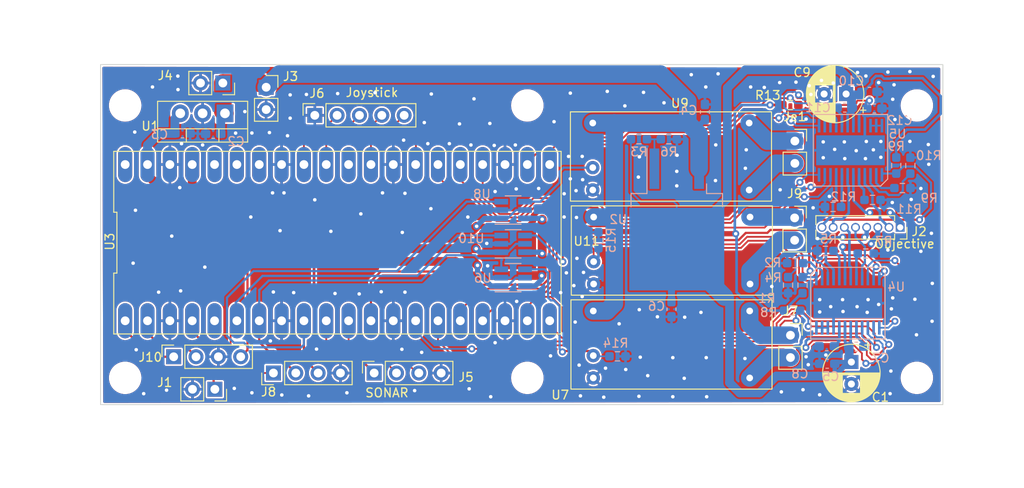
<source format=kicad_pcb>
(kicad_pcb (version 20211014) (generator pcbnew)
  (layers (0 "F.Cu" signal) (31 "B.Cu" signal) (34 "B.Paste" user) (35 "F.Paste" user) (36 "B.SilkS" user "B.Silkscreen") (37 "F.SilkS" user "F.Silkscreen") (38 "B.Mask" user) (39 "F.Mask" user) (44 "Edge.Cuts" user))
  (net 0 "")
  (net 1 "Strobe Input")
  (net 2 "GND")
  (net 3 "AOUT2_2")
  (net 4 "AOUT1_2")
  (net 5 "AOUT2_1")
  (net 6 "AOUT1_1")
  (net 7 "BOUT1_1")
  (net 8 "BOUT2_1")
  (net 9 "BOUT2_2")
  (net 10 "BOUT1_2")
  (net 11 "+12V")
  (net 12 "+5V")
  (net 13 "TRIG")
  (net 14 "ECHO")
  (net 15 "VarX")
  (net 16 "VarY")
  (net 17 "SW")
  (net 18 "Net-(D1-Pad2)")
  (net 19 "Net-(D2-Pad1)")
  (net 20 "Net-(D3-Pad2)")
  (net 21 "Net-(D4-Pad1)")
  (net 22 "+3V3")
  (net 23 "MOTORS_nSLEEP")
  (net 24 "Net-(R2-Pad2)")
  (net 25 "Net-(R3-Pad2)")
  (net 26 "Net-(R4-Pad2)")
  (net 27 "Net-(R5-Pad2)")
  (net 28 "Net-(R10-Pad2)")
  (net 29 "Net-(R11-Pad2)")
  (net 30 "Net-(R12-Pad2)")
  (net 31 "PWM_UV")
  (net 32 "RX")
  (net 33 "TX")
  (net 35 "PWM_RED")
  (net 36 "PWM_WHITE")
  (net 37 "nEN1")
  (net 38 "STEP1")
  (net 39 "DIR1")
  (net 40 "M0_1")
  (net 41 "M1_1")
  (net 42 "M1_2")
  (net 43 "M0_2")
  (net 44 "DIR2")
  (net 45 "STEP2")
  (net 46 "nEN2")
  (net 51 "+3.3VP")
  (net 53 "Net-(C8-Pad1)")
  (net 54 "Net-(C7-Pad1)")
  (net 55 "Net-(U4-Pad22)")
  (net 56 "Net-(C12-Pad1)")
  (net 57 "Net-(C11-Pad1)")
  (net 58 "Net-(U5-Pad22)")
  (net 59 "Net-(R15-Pad1)")
  (net 60 "Net-(U8-Pad4)")
  (net 61 "Net-(D5-Pad2)")
  (net 62 "Net-(D6-Pad1)")
  (net 63 "nFLT1")
  (net 64 "nFLT2")
  (net 65 "Net-(R7-Pad2)")
  (net 66 "Net-(R9-Pad2)")
  (net 67 "Net-(R14-Pad1)")
  (footprint "Connector_PinSocket_2.54mm:PinSocket_1x02_P2.54mm_Vertical" (layer "F.Cu") (at 89.64 61.3 -90)
    (fp_text reference "J1")
    (fp_text value "Screw_Terminal_01x02" hide)
  )
  (footprint "MountingHole:MountingHole_3.2mm_M3" (layer "F.Cu") (at 125.165 60)
    (fp_text reference "REF**" hide)
    (fp_text value "MountingHole_3.2mm_M3" hide)
  )
  (footprint "MountingHole:MountingHole_3.2mm_M3" (layer "F.Cu") (at 125.165 29)
    (fp_text reference "REF**" hide)
    (fp_text value "MountingHole_3.2mm_M3" hide)
  )
  (footprint "Shield_Emergent:LDD-700L" (layer "F.Cu") (at 132.7 41.7)
    (fp_text reference "U11")
    (fp_text value "LDD-700L")
  )
  (footprint "Connector_PinSocket_2.54mm:PinSocket_1x02_P2.54mm_Vertical" (layer "F.Cu") (at 155.55 41.8)
    (fp_text reference "J9")
    (fp_text value "Screw_Terminal_01x02" hide)
  )
  (footprint "Capacitor_THT:CP_Radial_D6.3mm_P2.50mm" (layer "F.Cu") (at 162 58.2 -90)
    (fp_text reference "C1")
    (fp_text value "10uF")
  )
  (footprint "Capacitor_THT:CP_Radial_D6.3mm_P2.50mm" (layer "F.Cu") (at 161.4 27.7 180)
    (fp_text reference "C9")
    (fp_text value "10uF" hide)
  )
  (footprint "Connector_PinSocket_2.54mm:PinSocket_1x02_P2.54mm_Vertical" (layer "F.Cu") (at 95.475 26.93)
    (fp_text reference "J3")
    (fp_text value "Screw_Terminal_01x02" hide)
  )
  (footprint "Connector_PinSocket_2.54mm:PinSocket_1x02_P2.54mm_Vertical" (layer "F.Cu") (at 155.075 55.15)
    (fp_text reference "J7")
    (fp_text value "Screw_Terminal_01x02" hide)
  )
  (footprint "Package_TO_SOT_THT:TO-220-3_Vertical" (layer "F.Cu") (at 90.79 29.9 180)
    (fp_text reference "U1")
    (fp_text value "LM7805_TO220" hide)
  )
  (footprint "Shield_Emergent:Raspberry Pi Pico" (layer "F.Cu") (at 103.575 44.615)
    (fp_text reference "U3")
    (fp_text value "Raspberri_Pi_Pico")
  )
  (footprint "MountingHole:MountingHole_3.2mm_M3" (layer "F.Cu") (at 79.445 29)
    (fp_text reference "REF**" hide)
    (fp_text value "MountingHole_3.2mm_M3" hide)
  )
  (footprint "Connector_PinSocket_2.54mm:PinSocket_1x02_P2.54mm_Vertical" (layer "F.Cu") (at 90.55 26.45 -90)
    (fp_text reference "J4")
    (fp_text value "Screw_Terminal_01x02" hide)
  )
  (footprint "MountingHole:MountingHole_3.2mm_M3" (layer "F.Cu") (at 169.445 60)
    (fp_text reference "REF**" hide)
    (fp_text value "MountingHole_3.2mm_M3" hide)
  )
  (footprint "Connector_PinSocket_2.54mm:PinSocket_1x04_P2.54mm_Vertical" (layer "F.Cu") (at 107.75 59.45 90)
    (fp_text reference "J5")
    (fp_text value "SONAR")
  )
  (footprint "Connector_PinSocket_2.54mm:PinSocket_1x02_P2.54mm_Vertical" (layer "F.Cu") (at 155.575 33.05)
    (fp_text reference "Je1")
    (fp_text value "Screw_Terminal_01x02" hide)
  )
  (footprint "Shield_Emergent:LDD-700L" (layer "F.Cu") (at 132.6 31)
    (fp_text reference "U9")
    (fp_text value "LDD-700L")
  )
  (footprint "Shield_Emergent:LDD-700L" (layer "F.Cu") (at 132.66 52.39)
    (fp_text reference "U7")
    (fp_text value "LDD-700L")
  )
  (footprint "Resistor_SMD:R_0603_1608Metric_Pad0.98x0.95mm_HandSolder" (layer "F.Cu") (at 155.0625 28.95)
    (fp_text reference "R13")
    (fp_text value "R")
  )
  (footprint "MountingHole:MountingHole_3.2mm_M3" (layer "F.Cu") (at 79.445 60)
    (fp_text reference "REF**" hide)
    (fp_text value "MountingHole_3.2mm_M3" hide)
  )
  (footprint "Connector_PinHeader_2.54mm:PinHeader_1x04_P2.54mm_Vertical" (layer "F.Cu") (at 96.3 59.45 90)
    (fp_text reference "J8")
    (fp_text value "Screw_Terminal_01x04" hide)
  )
  (footprint "Connector_PinSocket_1.27mm:PinSocket_1x08_P1.27mm_Vertical" (layer "F.Cu") (at 167.55 42.875 -90)
    (fp_text reference "J2")
    (fp_text value "Objective")
  )
  (footprint "Connector_PinSocket_2.54mm:PinSocket_1x04_P2.54mm_Vertical" (layer "F.Cu") (at 84.96 57.6 90)
    (fp_text reference "J10")
    (fp_text value "Bluetooth")
  )
  (footprint "Connector_PinSocket_2.54mm:PinSocket_1x05_P2.54mm_Vertical" (layer "F.Cu") (at 101 30.125 90)
    (fp_text reference "J6")
    (fp_text value "Joystick")
  )
  (footprint "MountingHole:MountingHole_3.2mm_M3" (layer "F.Cu") (at 169.445 29)
    (fp_text reference "REF**" hide)
    (fp_text value "MountingHole_3.2mm_M3" hide)
  )
  (footprint "Capacitor_SMD:C_0603_1608Metric_Pad1.08x0.95mm_HandSolder" (layer "B.Cu") (at 164.6125 29.35)
    (fp_text reference "C12")
    (fp_text value "2.2")
  )
  (footprint "Resistor_SMD:R_0603_1608Metric_Pad0.98x0.95mm_HandSolder" (layer "B.Cu") (at 141.25 32.85)
    (fp_text reference "R6")
    (fp_text value "R")
  )
  (footprint "Resistor_SMD:R_0603_1608Metric_Pad0.98x0.95mm_HandSolder" (layer "B.Cu") (at 163.6375 45.85 180)
    (fp_text reference "R7")
    (fp_text value "R")
  )
  (footprint "Resistor_SMD:R_0603_1608Metric_Pad0.98x0.95mm_HandSolder" (layer "B.Cu") (at 168.7 35.85 -90)
    (fp_text reference "R10")
    (fp_text value "R")
  )
  (footprint "Resistor_SMD:R_0603_1608Metric_Pad0.98x0.95mm_HandSolder" (layer "B.Cu") (at 133.25 44.3375 90)
    (fp_text reference "R15")
    (fp_text value "R")
  )
  (footprint "Capacitor_SMD:C_0603_1608Metric_Pad1.08x0.95mm_HandSolder" (layer "B.Cu") (at 162.55 56.45 180)
    (fp_text reference "C7")
    (fp_text value "0.01")
  )
  (footprint "Package_TO_SOT_SMD:TO-263-2" (layer "B.Cu") (at 142.15 41.975 -90)
    (fp_text reference "U2")
    (fp_text value "LM317_TO-263")
  )
  (footprint "Resistor_SMD:R_0603_1608Metric_Pad0.98x0.95mm_HandSolder" (layer "B.Cu") (at 135.4125 57.55)
    (fp_text reference "R14")
    (fp_text value "R")
  )
  (footprint "Resistor_SMD:R_0603_1608Metric_Pad0.98x0.95mm_HandSolder" (layer "B.Cu") (at 137.85 32.85)
    (fp_text reference "R3")
    (fp_text value "R")
  )
  (footprint "Resistor_SMD:R_0603_1608Metric_Pad0.98x0.95mm_HandSolder" (layer "B.Cu") (at 167.8 38.4 180)
    (fp_text reference "R9")
    (fp_text value "R")
  )
  (footprint "Resistor_SMD:R_0603_1608Metric_Pad0.98x0.95mm_HandSolder" (layer "B.Cu") (at 156.45 49.45 90)
    (fp_text reference "R1")
    (fp_text value "47k")
  )
  (footprint "Resistor_SMD:R_0603_1608Metric_Pad0.98x0.95mm_HandSolder" (layer "B.Cu") (at 154.8 49.45 90)
    (fp_text reference "R4")
    (fp_text value "R")
  )
  (footprint "Capacitor_SMD:C_0603_1608Metric_Pad1.08x0.95mm_HandSolder" (layer "B.Cu") (at 85.9625 32.18)
    (fp_text reference "C3")
    (fp_text value "0.1")
  )
  (footprint "Resistor_SMD:R_0603_1608Metric_Pad0.98x0.95mm_HandSolder" (layer "B.Cu") (at 155.6125 46.95)
    (fp_text reference "R2")
    (fp_text value "R")
  )
  (footprint "Capacitor_SMD:C_0603_1608Metric_Pad1.08x0.95mm_HandSolder" (layer "B.Cu") (at 159.25 58.4)
    (fp_text reference "C5")
    (fp_text value "0.1")
  )
  (footprint "Capacitor_SMD:C_0603_1608Metric_Pad1.08x0.95mm_HandSolder" (layer "B.Cu") (at 161.25 29.25)
    (fp_text reference "C11")
    (fp_text value "0.01")
  )
  (footprint "Resistor_SMD:R_0603_1608Metric_Pad0.98x0.95mm_HandSolder" (layer "B.Cu") (at 159.9125 40.55)
    (fp_text reference "R12")
    (fp_text value "R")
  )
  (footprint "Resistor_SMD:R_0603_1608Metric_Pad0.98x0.95mm_HandSolder" (layer "B.Cu") (at 155.2625 52.35)
    (fp_text reference "R8")
    (fp_text value "10k")
  )
  (footprint "Resistor_SMD:R_0603_1608Metric_Pad0.98x0.95mm_HandSolder" (layer "B.Cu") (at 159.05 45.55)
    (fp_text reference "R5")
    (fp_text value "R")
  )
  (footprint "Resistor_SMD:R_0603_1608Metric_Pad0.98x0.95mm_HandSolder" (layer "B.Cu") (at 167.1 35.8375 -90)
    (fp_text reference "R9")
    (fp_text value "47k")
  )
  (footprint "Package_TO_SOT_SMD:SOT-23-6_Handsoldering" (layer "B.Cu") (at 123.55 40.9)
    (fp_text reference "U8")
    (fp_text value "RS0101YH6" hide)
  )
  (footprint "Capacitor_SMD:C_0603_1608Metric_Pad1.08x0.95mm_HandSolder" (layer "B.Cu") (at 89.45 32.23 180)
    (fp_text reference "C2")
    (fp_text value "0.33")
  )
  (footprint "Capacitor_SMD:C_0603_1608Metric_Pad1.08x0.95mm_HandSolder" (layer "B.Cu") (at 164.05 27.45)
    (fp_text reference "C10")
    (fp_text value "0.1")
  )
  (footprint "Capacitor_SMD:C_0603_1608Metric_Pad1.08x0.95mm_HandSolder" (layer "B.Cu") (at 141.55 52.1875 -90)
    (fp_text reference "C6")
    (fp_text value "1")
  )
  (footprint "Package_TO_SOT_SMD:SOT-23-6_Handsoldering" (layer "B.Cu") (at 123.55 48.6)
    (fp_text reference "U6")
    (fp_text value "RS0101YH6" hide)
  )
  (footprint "Resistor_SMD:R_0603_1608Metric_Pad0.98x0.95mm_HandSolder" (layer "B.Cu") (at 164.4 39.75 180)
    (fp_text reference "R11")
    (fp_text value "R")
  )
  (footprint "Shield_Emergent:DRV8834PWP" (layer "B.Cu") (at 161.6 51.5)
    (fp_text reference "U4")
    (fp_text value "DRV8834PWP")
  )
  (footprint "Package_TO_SOT_SMD:SOT-23-6_Handsoldering" (layer "B.Cu") (at 123.55 44.75)
    (fp_text reference "U10")
    (fp_text value "RS0101YH6" hide)
  )
  (footprint "Shield_Emergent:DRV8834PWP" (layer "B.Cu") (at 161.9 34.1 180)
    (fp_text reference "U5")
    (fp_text value "DRV8834PWP")
  )
  (footprint "Capacitor_SMD:C_0603_1608Metric_Pad1.08x0.95mm_HandSolder" (layer "B.Cu") (at 159.2 56.4 180)
    (fp_text reference "C8")
    (fp_text value "2.2")
  )
  (footprint "Capacitor_SMD:C_0603_1608Metric_Pad1.08x0.95mm_HandSolder" (layer "B.Cu") (at 145.35 29.75 90)
    (fp_text reference "C4")
    (fp_text value "1")
  )
  (gr_rect (start 76.65 24.35) (end 172.4 63.05) (layer "Edge.Cuts") (width 0.1) (fill none))
  (segment (start 88.85 58.85) (end 89.5 59.5) (width 0.25) (layer "F.Cu") (net 1))
  (segment (start 88.85 56.49) (end 88.85 58.85) (width 0.25) (layer "F.Cu") (net 1))
  (segment (start 87.065 54.705) (end 88.85 56.49) (width 0.25) (layer "F.Cu") (net 1))
  (segment (start 87.065 53.505) (end 87.065 54.705) (width 0.25) (layer "F.Cu") (net 1))
  (segment (start 89.5 59.5) (end 89.5 61.025) (width 0.25) (layer "F.Cu") (net 1))
  (segment (start 135.915668 49.32) (end 132.7 49.32) (width 1) (layer "F.Cu") (net 2))
  (segment (start 135.990034 49.394366) (end 135.915668 49.32) (width 1) (layer "F.Cu") (net 2))
  (via (at 100.05 27.75) (size 0.8) (drill 0.4) (layers "F.Cu" "B.Cu") (net 2))
  (via (at 137.888709 52.24086) (size 0.8) (drill 0.4) (layers "F.Cu" "B.Cu") (net 2))
  (via (at 136.35 59.05) (size 0.8) (drill 0.4) (layers "F.Cu" "B.Cu") (net 2))
  (via (at 85.45 27.2) (size 0.8) (drill 0.4) (layers "F.Cu" "B.Cu") (net 2))
  (via (at 166.55 52.15) (size 0.8) (drill 0.4) (layers "F.Cu" "B.Cu") (net 2))
  (via (at 129.85 34.8) (size 0.8) (drill 0.4) (layers "F.Cu" "B.Cu") (net 2))
  (via (at 166.4 61.8) (size 0.8) (drill 0.4) (layers "F.Cu" "B.Cu") (net 2))
  (via (at 171.3 25.7) (size 0.8) (drill 0.4) (layers "F.Cu" "B.Cu") (net 2))
  (via (at 80.533414 32.030174) (size 0.8) (drill 0.4) (layers "F.Cu" "B.Cu") (net 2))
  (via (at 152.95 49.6) (size 0.8) (drill 0.4) (layers "F.Cu" "B.Cu") (net 2))
  (via (at 145.5 57.7) (size 0.8) (drill 0.4) (layers "F.Cu" "B.Cu") (net 2))
  (via (at 168.65 25.15) (size 0.8) (drill 0.4) (layers "F.Cu" "B.Cu") (net 2))
  (via (at 130.05 37.35) (size 0.8) (drill 0.4) (layers "F.Cu" "B.Cu") (net 2))
  (via (at 98.2 27.8) (size 0.8) (drill 0.4) (layers "F.Cu" "B.Cu") (net 2))
  (via (at 168.8 39.7) (size 0.8) (drill 0.4) (layers "F.Cu" "B.Cu") (net 2))
  (via (at 110.95 43.45) (size 0.8) (drill 0.4) (layers "F.Cu" "B.Cu") (net 2))
  (via (at 159.65 51.9) (size 0.8) (drill 0.4) (layers "F.Cu" "B.Cu") (net 2))
  (via (at 157.4 27.75) (size 0.8) (drill 0.4) (layers "F.Cu" "B.Cu") (net 2))
  (via (at 155.7 26.35) (size 0.8) (drill 0.4) (layers "F.Cu" "B.Cu") (net 2))
  (via (at 156.85 30.55) (size 0.8) (drill 0.4) (layers "F.Cu" "B.Cu") (net 2))
  (via (at 120.55 44.7) (size 0.8) (drill 0.4) (layers "F.Cu" "B.Cu") (net 2))
  (via (at 130.7 38.7) (size 0.8) (drill 0.4) (layers "F.Cu" "B.Cu") (net 2))
  (via (at 84.738749 43.870437) (size 0.8) (drill 0.4) (layers "F.Cu" "B.Cu") (net 2))
  (via (at 158.4 51.1) (size 0.8) (drill 0.4) (layers "F.Cu" "B.Cu") (net 2))
  (via (at 140.7 28.7) (size 0.8) (drill 0.4) (layers "F.Cu" "B.Cu") (net 2))
  (via (at 144.9 52.55) (size 0.8) (drill 0.4) (layers "F.Cu" "B.Cu") (net 2))
  (via (at 166.490695 59.226295) (size 0.8) (drill 0.4) (layers "F.Cu" "B.Cu") (net 2))
  (via (at 85.432834 25.660929) (size 0.8) (drill 0.4) (layers "F.Cu" "B.Cu") (net 2))
  (via (at 130.6 53.65) (size 0.8) (drill 0.4) (layers "F.Cu" "B.Cu") (net 2))
  (via (at 157.65 40.65) (size 0.8) (drill 0.4) (layers "F.Cu" "B.Cu") (net 2))
  (via (at 137.785361 37.152507) (size 0.8) (drill 0.4) (layers "F.Cu" "B.Cu") (net 2))
  (via (at 95.844528 32.088903) (size 0.8) (drill 0.4) (layers "F.Cu" "B.Cu") (net 2))
  (via (at 97.05 43.25) (size 0.8) (drill 0.4) (layers "F.Cu" "B.Cu") (net 2))
  (via (at 119.1 28.25) (size 0.8) (drill 0.4) (layers "F.Cu" "B.Cu") (net 2))
  (via (at 149.95 36.15) (size 0.8) (drill 0.4) (layers "F.Cu" "B.Cu") (net 2))
  (via (at 95.95 55.8) (size 0.8) (drill 0.4) (layers "F.Cu" "B.Cu") (net 2))
  (via (at 171.172272 53.558612) (size 0.8) (drill 0.4) (layers "F.Cu" "B.Cu") (net 2))
  (via (at 159.5 39.35) (size 0.8) (drill 0.4) (layers "F.Cu" "B.Cu") (net 2))
  (via (at 129.344409 41.69426) (size 0.8) (drill 0.4) (layers "F.Cu" "B.Cu") (net 2))
  (via (at 171.1 43.55) (size 0.8) (drill 0.4) (layers "F.Cu" "B.Cu") (net 2))
  (via (at 131.05 58.55) (size 0.8) (drill 0.4) (layers "F.Cu" "B.Cu") (net 2))
  (via (at 123.8 33.5) (size 0.8) (drill 0.4) (layers "F.Cu" "B.Cu") (net 2))
  (via (at 136.25 29.05) (size 0.8) (drill 0.4) (layers "F.Cu" "B.Cu") (net 2))
  (via (at 121 62.15) (size 0.8) (drill 0.4) (layers "F.Cu" "B.Cu") (net 2))
  (via (at 166.7 28.3) (size 0.8) (drill 0.4) (layers "F.Cu" "B.Cu") (net 2))
  (via (at 169.4 55.1) (size 0.8) (drill 0.4) (layers "F.Cu" "B.Cu") (net 2))
  (via (at 96.290647 50.230849) (size 0.8) (drill 0.4) (layers "F.Cu" "B.Cu") (net 2))
  (via (at 163.8 52.55) (size 0.8) (drill 0.4) (layers "F.Cu" "B.Cu") (net 2))
  (via (at 158.15 44.15) (size 0.8) (drill 0.4) (layers "F.Cu" "B.Cu") (net 2))
  (via (at 118.75 33.5) (size 0.8) (drill 0.4) (layers "F.Cu" "B.Cu") (net 2))
  (via (at 163.9 51.1) (size 0.8) (drill 0.4) (layers "F.Cu" "B.Cu") (net 2))
  (via (at 120.9 31.05) (size 0.8) (drill 0.4) (layers "F.Cu" "B.Cu") (net 2))
  (via (at 85.85 33.35) (size 0.8) (drill 0.4) (layers "F.Cu" "B.Cu") (net 2))
  (via (at 166.85 26.65) (size 0.8) (drill 0.4) (layers "F.Cu" "B.Cu") (net 2))
  (via (at 145.45 26.9) (size 0.8) (drill 0.4) (layers "F.Cu" "B.Cu") (net 2))
  (via (at 142.15 38.15) (size 0.8) (drill 0.4) (layers "F.Cu" "B.Cu") (net 2))
  (via (at 92 32.15) (size 0.8) (drill 0.4) (layers "F.Cu" "B.Cu") (net 2))
  (via (at 143.05 53.1) (size 0.8) (drill 0.4) (layers "F.Cu" "B.Cu") (net 2))
  (via (at 128.2 30.85) (size 0.8) (drill 0.4) (layers "F.Cu" "B.Cu") (net 2))
  (via (at 102.828846 43.325211) (size 0.8) (drill 0.4) (layers "F.Cu" "B.Cu") (net 2))
  (via (at 158.8 34.95) (size 0.8) (drill 0.4) (layers "F.Cu" "B.Cu") (net 2))
  (via (at 103.6 27.65) (size 0.8) (drill 0.4) (layers "F.Cu" "B.Cu") (net 2))
  (via (at 166.7 50.9) (size 0.8) (drill 0.4) (layers "F.Cu" "B.Cu") (net 2))
  (via (at 93.85 61.7) (size 0.8) (drill 0.4) (layers "F.Cu" "B.Cu") (net 2))
  (via (at 123.95 51.3) (size 0.8) (drill 0.4) (layers "F.Cu" "B.Cu") (net 2))
  (via (at 134.25 27.4) (size 0.8) (drill 0.4) (layers "F.Cu" "B.Cu") (net 2))
  (via (at 131.4 50.75) (size 0.8) (drill 0.4) (layers "F.Cu" "B.Cu") (net 2))
  (via (at 159.1 57.4) (size 0.8) (drill 0.4) (layers "F.Cu" "B.Cu") (net 2))
  (via (at 106.05 50.45) (size 0.8) (drill 0.4) (layers "F.Cu" "B.Cu") (net 2))
  (via (at 162.55 34.15) (size 0.8) (drill 0.4) (layers "F.Cu" "B.Cu") (net 2))
  (via (at 165.35 34.9) (size 0.8) (drill 0.4) (layers "F.Cu" "B.Cu") (net 2))
  (via (at 96.2 38.95) (size 0.8) (drill 0.4) (layers "F.Cu" "B.Cu") (net 2))
  (via (at 120.65 47.25) (size 0.8) (drill 0.4) (layers "F.Cu" "B.Cu") (net 2))
  (via (at 80.615071 40.930785) (size 0.8) (drill 0.4) (layers "F.Cu" "B.Cu") (net 2))
  (via (at 160.1 34) (size 0.8) (drill 0.4) (layers "F.Cu" "B.Cu") (net 2))
  (via (at 166.95 30.6) (size 0.8) (drill 0.4) (layers "F.Cu" "B.Cu") (net 2))
  (via (at 133.85 62.2) (size 0.8) (drill 0.4) (layers "F.Cu" "B.Cu") (net 2))
  (via (at 107.85 27.55) (size 0.8) (drill 0.4) (layers "F.Cu" "B.Cu") (net 2))
  (via (at 158.6 26.15) (size 0.8) (drill 0.4) (layers "F.Cu" "B.Cu") (net 2))
  (via (at 93.848593 32.137806) (size 0.8) (drill 0.4) (layers "F.Cu" "B.Cu") (net 2))
  (via (at 91.85 61.2) (size 0.8) (drill 0.4) (layers "F.Cu" "B.Cu") (net 2))
  (via (at 121.5 56) (size 0.8) (drill 0.4) (layers "F.Cu" "B.Cu") (net 2))
  (via (at 129.6 48.05) (size 0.8) (drill 0.4) (layers "F.Cu" "B.Cu") (net 2))
  (via (at 146.583709 33.488843) (size 0.8) (drill 0.4) (layers "F.Cu" "B.Cu") (net 2))
  (via (at 162.65 51.9) (size 0.8) (drill 0.4) (layers "F.Cu" "B.Cu") (net 2))
  (via (at 97.9 32.45) (size 0.8) (drill 0.4) (layers "F.Cu" "B.Cu") (net 2))
  (via (at 154.038206 61.594559) (size 0.8) (drill 0.4) (layers "F.Cu" "B.Cu") (net 2))
  (via (at 97.25 61.95) (size 0.8) (drill 0.4) (layers "F.Cu" "B.Cu") (net 2))
  (via (at 97.5 38.95) (size 0.8) (drill 0.4) (layers "F.Cu" "B.Cu") (net 2))
  (via (at 114.25 27.7) (size 0.8) (drill 0.4) (layers "F.Cu" "B.Cu") (net 2))
  (via (at 110.9 56.75) (size 0.8) (drill 0.4) (layers "F.Cu" "B.Cu") (net 2))
  (via (at 130.45 49.5) (size 0.8) (drill 0.4) (layers "F.Cu" "B.Cu") (net 2))
  (via (at 118.4 41.7) (size 0.8) (drill 0.4) (layers "F.Cu" "B.Cu") (net 2))
  (via (at 166.15 45.45) (size 0.8) (drill 0.4) (layers "F.Cu" "B.Cu") (net 2))
  (via (at 131.55 48) (size 0.8) (drill 0.4) (layers "F.Cu" "B.Cu") (net 2))
  (via (at 131.4 34.8) (size 0.8) (drill 0.4) (layers "F.Cu" "B.Cu") (net 2))
  (via (at 165.35 33.1) (size 0.8) (drill 0.4) (layers "F.Cu" "B.Cu") (net 2))
  (via (at 163.65 25.65) (size 0.8) (drill 0.4) (layers "F.Cu" "B.Cu") (net 2))
  (via (at 88.25 33.5) (size 0.8) (drill 0.4) (layers "F.Cu" "B.Cu") (net 2))
  (via (at 106.236109 41.341879) (size 0.8) (drill 0.4) (layers "F.Cu" "B.Cu") (net 2))
  (via (at 142.15 36.5) (size 0.8) (drill 0.4) (layers "F.Cu" "B.Cu") (net 2))
  (via (at 164.5 34.05) (size 0.8) (drill 0.4) (layers "F.Cu" "B.Cu") (net 2))
  (via (at 165.1 51.65) (size 0.8) (drill 0.4) (layers "F.Cu" "B.Cu") (net 2))
  (via (at 143.8 25.5) (size 0.8) (drill 0.4) (layers "F.Cu" "B.Cu") (net 2))
  (via (at 131.45 37.45) (size 0.8) (drill 0.4) (layers "F.Cu" "B.Cu") (net 2))
  (via (at 80.35 46.95) (size 0.8) (drill 0.4) (layers "F.Cu" "B.Cu") (net 2))
  (via (at 111.1 32.95) (size 0.8) (drill 0.4) (layers "F.Cu" "B.Cu") (net 2))
  (via (at 139.95 53.05) (size 0.8) (drill 0.4) (layers "F.Cu" "B.Cu") (net 2))
  (via (at 158.8 33.15) (size 0.8) (drill 0.4) (layers "F.Cu" "B.Cu") (net 2))
  (via (at 129.35 39.05) (size 0.8) (drill 0.4) (layers "F.Cu" "B.Cu") (net 2))
  (via (at 80.7 56.8) (size 0.8) (drill 0.4) (layers "F.Cu" "B.Cu") (net 2))
  (via (at 130.8 46.4) (size 0.8) (drill 0.4) (layers "F.Cu" "B.Cu") (net 2))
  (via (at 116.3 33.35) (size 0.8) (drill 0.4) (layers "F.Cu" "B.Cu") (net 2))
  (via (at 165.1 26.4) (size 0.8) (drill 0.4) (layers "F.Cu" "B.Cu") (net 2))
  (via (at 85.65 38.35) (size 0.8) (drill 0.4) (layers "F.Cu" "B.Cu") (net 2))
  (via (at 161.05 52.45) (size 0.8) (drill 0.4) (layers "F.Cu" "B.Cu") (net 2))
  (via (at 113.85 33.35) (size 0.8) (drill 0.4) (layers "F.Cu" "B.Cu") (net 2))
  (via (at 141.7 57.7) (size 0.8) (drill 0.4) (layers "F.Cu" "B.Cu") (net 2))
  (via (at 123.9 38.5) (size 0.8) (drill 0.4) (layers "F.Cu" "B.Cu") (net 2))
  (via (at 171.2 49.25) (size 0.8) (drill 0.4) (layers "F.Cu" "B.Cu") (net 2))
  (via (at 156.85 57.6) (size 0.8) (drill 0.4) (layers "F.Cu" "B.Cu") (net 2))
  (via (at 149.9 57.8) (size 0.8) (drill 0.4) (layers "F.Cu" "B.Cu") (net 2))
  (via (at 127.8 57.5) (size 0.8) (drill 0.4) (layers "F.Cu" "B.Cu") (net 2))
  (via (at 150.05 34.05) (size 0.8) (drill 0.4) (layers "F.Cu" "B.Cu") (net 2))
  (via (at 152.1 26.95) (size 0.8) (drill 0.4) (layers "F.Cu" "B.Cu") (net 2))
  (via (at 135.6 53.85) (size 0.8) (drill 0.4) (layers "F.Cu" "B.Cu") (net 2))
  (via (at 118.55 61.25) (size 0.8) (drill 0.4) (layers "F.Cu" "B.Cu") (net 2))
  (via (at 128.95 50.3) (size 0.8) (drill 0.4) (layers "F.Cu" "B.Cu") (net 2))
  (via (at 150.55 26.9) (size 0.8) (drill 0.4) (layers "F.Cu" "B.Cu") (net 2))
  (via (at 162.7 25.25) (size 0.8) (drill 0.4) (layers "F.Cu" "B.Cu") (net 2))
  (via (at 166.65 40.05) (size 0.8) (drill 0.4) (layers "F.Cu" "B.Cu") (net 2))
  (via (at 141.7 62.15) (size 0.8) (drill 0.4) (layers "F.Cu" "B.Cu") (net 2))
  (via (at 170.8 35.7) (size 0.8) (drill 0.4) (layers "F.Cu" "B.Cu") (net 2))
  (via (at 83.25 50.25) (size 0.8) (drill 0.4) (layers "F.Cu" "B.Cu") (net 2))
  (via (at 161.25 35.05) (size 0.8) (drill 0.4) (layers "F.Cu" "B.Cu") (net 2))
  (via (at 93.725858 41.697862) (size 0.8) (drill 0.4) (layers "F.Cu" "B.Cu") (net 2))
  (via (at 146.85 25.4) (size 0.8) (drill 0.4) (layers "F.Cu" "B.Cu") (net 2))
  (via (at 170.75 33.45) (size 0.8) (drill 0.4) (layers "F.Cu" "B.Cu") (net 2))
  (via (at 113.45 30.95) (size 0.8) (drill 0.4) (layers "F.Cu" "B.Cu") (net 2))
  (via (at 161 51.1) (size 0.8) (drill 0.4) (layers "F.Cu" "B.Cu") (net 2))
  (via (at 98.2 30.45) (size 0.8) (drill 0.4) (layers "F.Cu" "B.Cu") (net 2))
  (via (at 112.35 61.45) (size 0.8) (drill 0.4) (layers "F.Cu" "B.Cu") (net 2))
  (via (at 168.650452 33.093075) (size 0.8) (drill 0.4) (layers "F.Cu" "B.Cu") (net 2))
  (via (at 158.392757 61.925607) (size 0.8) (drill 0.4) (layers "F.Cu" "B.Cu") (net 2))
  (via (at 81.55 61.8) (size 0.8) (drill 0.4) (layers "F.Cu" "B.Cu") (net 2))
  (via (at 161.2 33.15) (size 0.8) (drill 0.4) (layers "F.Cu" "B.Cu") (net 2))
  (via (at 131.2 62.05) (size 0.8) (drill 0.4) (layers "F.Cu" "B.Cu") (net 2))
  (via (at 159.95 26.45) (size 0.8) (drill 0.4) (layers "F.Cu" "B.Cu") (net 2))
  (via (at 169.219648 51.055248) (size 0.8) (drill 0.4) (layers "F.Cu" "B.Cu") (net 2))
  (via (at 134.05 58.9) (size 0.8) (drill 0.4) (layers "F.Cu" "B.Cu") (net 2))
  (via (at 158.4 52.5) (size 0.8) (drill 0.4) (layers "F.Cu" "B.Cu") (net 2))
  (via (at 146.55 37.55) (size 0.8) (drill 0.4) (layers "F.Cu" "B.Cu") (net 2))
  (via (at 163.7 33.1) (size 0.8) (drill 0.4) (layers "F.Cu" "B.Cu") (net 2))
  (via (at 93.05 29.7) (size 0.8) (drill 0.4) (layers "F.Cu" "B.Cu") (net 2))
  (via (at 113.15 57.1) (size 0.8) (drill 0.4) (layers "F.Cu" "B.Cu") (net 2))
  (via (at 169.9 45.6) (size 0.8) (drill 0.4) (layers "F.Cu" "B.Cu") (net 2))
  (via (at 153.9 38.6) (size 0.8) (drill 0.4) (layers "F.Cu" "B.Cu") (net 2))
  (via (at 82.55 26.9) (size 0.8) (drill 0.4) (layers "F.Cu" "B.Cu") (net 2))
  (via (at 130.05 27.6) (size 0.8) (drill 0.4) (layers "F.Cu" "B.Cu") (net 2))
  (via (at 156.5 61.35) (size 0.8) (drill 0.4) (layers "F.Cu" "B.Cu") (net 2))
  (via (at 121.4 33.55) (size 0.8) (drill 0.4) (layers "F.Cu" "B.Cu") (net 2))
  (via (at 111.25 50.25) (size 0.8) (drill 0.4) (layers "F.Cu" "B.Cu") (net 2))
  (via (at 111.25 39) (size 0.8) (drill 0.4) (layers "F.Cu" "B.Cu") (net 2))
  (via (at 100.3 62.05) (size 0.8) (drill 0.4) (layers "F.Cu" "B.Cu") (net 2))
  (via (at 101.19963 56.727722) (size 0.8) (drill 0.4) (layers "F.Cu" "B.Cu") (net 2))
  (via (at 98.6 50.3) (size 0.8) (drill 0.4) (layers "F.Cu" "B.Cu") (net 2))
  (via (at 88.5 47.4) (size 0.8) (drill 0.4) (layers "F.Cu" "B.Cu") (net 2))
  (via (at 114.2 40.75) (size 0.8) (drill 0.4) (layers "F.Cu" "B.Cu") (net 2))
  (via (at 157.2 26.75) (size 0.8) (drill 0.4) (layers "F.Cu" "B.Cu") (net 2))
  (via (at 169.9 38.45) (size 0.8) (drill 0.4) (layers "F.Cu" "B.Cu") (net 2))
  (via (at 138.370814 27.513007) (size 0.8) (drill 0.4) (layers "F.Cu" "B.Cu") (net 2))
  (via (at 138 57.65) (size 0.8) (drill 0.4) (layers "F.Cu" "B.Cu") (net 2))
  (via (at 143 60.05) (size 0.8) (drill 0.4) (layers "F.Cu" "B.Cu") (net 2))
  (via (at 100.998077 39.739956) (size 0.8) (drill 0.4) (layers "F.Cu" "B.Cu") (net 2))
  (via (at 153.85 26.4) (size 0.8) (drill 0.4) (layers "F.Cu" "B.Cu") (net 2))
  (via (at 85.75 50.1) (size 0.8) (drill 0.4) (layers "F.Cu" "B.Cu") (net 2))
  (via (at 142.185896 34.66596) (size 0.8) (drill 0.4) (layers "F.Cu" "B.Cu") (net 2))
  (via (at 84.15 61.4) (size 0.8) (drill 0.4) (layers "F.Cu" "B.Cu") (net 2))
  (via (at 126.45 38.45) (size 0.8) (drill 0.4) (layers "F.Cu" "B.Cu") (net 2))
  (via (at 130.75 41.75) (size 0.8) (drill 0.4) (layers "F.Cu" "B.Cu") (net 2))
  (via (at 138.85 59.75) (size 0.8) (drill 0.4) (layers "F.Cu" "B.Cu") (net 2))
  (via (at 117.45 31.1) (size 0.8) (drill 0.4) (layers "F.Cu" "B.Cu") (net 2))
  (via (at 121.5 38.8) (size 0.8) (drill 0.4) (layers "F.Cu" "B.Cu") (net 2))
  (via (at 137.85 62.1) (size 0.8) (drill 0.4) (layers "F.Cu" "B.Cu") (net 2))
  (via (at 104.65 61.7) (size 0.8) (drill 0.4) (layers "F.Cu" "B.Cu") (net 2))
  (via (at 163.6 35.05) (size 0.8) (drill 0.4) (layers "F.Cu" "B.Cu") (net 2))
  (via (at 166.15 25.2) (size 0.8) (drill 0.4) (layers "F.Cu" "B.Cu") (net 2))
  (via (at 145.55 62.15) (size 0.8) (drill 0.4) (layers "F.Cu" "B.Cu") (net 2))
  (via (at 108.7 38.95) (size 0.8) (drill 0.4) (layers "F.Cu" "B.Cu") (net 2))
  (via (at 108.55 50.2) (size 0.8) (drill 0.4) (layers "F.Cu" "B.Cu") (net 2))
  (via (at 137.9 34.85) (size 0.8) (drill 0.4) (layers "F.Cu" "B.Cu") (net 2))
  (via (at 103.3 50.4) (size 0.8) (drill 0.4) (layers "F.Cu" "B.Cu") (net 2))
  (via (at 157.1 58.5) (size 0.8) (drill 0.4) (layers "F.Cu" "B.Cu") (net 2))
  (segment (start 121.145978 48.6) (end 122.2 48.6) (width 0.5) (layer "B.Cu") (net 2))
  (segment (start 159.975 53.125) (end 161.6 51.5) (width 0.3) (layer "B.Cu") (net 2))
  (segment (start 122.2 44.75) (end 120.6 44.75) (width 0.5) (layer "B.Cu") (net 2))
  (segment (start 119.2 40.9) (end 122.2 40.9) (width 0.5) (layer "B.Cu") (net 2))
  (segment (start 120.65 48.104022) (end 121.145978 48.6) (width 0.5) (layer "B.Cu") (net 2))
  (segment (start 158.3375 56.4) (end 157.75 56.4) (width 0.3) (layer "B.Cu") (net 2))
  (segment (start 118.4 41.7) (end 119.2 40.9) (width 0.5) (layer "B.Cu") (net 2))
  (segment (start 120.65 47.25) (end 120.65 48.104022) (width 0.5) (layer "B.Cu") (net 2))
  (segment (start 163.525 31.3) (end 163.525 32.925) (width 0.3) (layer "B.Cu") (net 2))
  (segment (start 157.65 56.8) (end 156.85 57.6) (width 0.3) (layer "B.Cu") (net 2))
  (segment (start 157.75 56.4) (end 157.65 56.5) (width 0.3) (layer "B.Cu") (net 2))
  (segment (start 163.525 32.925) (end 163.7 33.1) (width 0.3) (layer "B.Cu") (net 2))
  (segment (start 157.65 56.5) (end 157.65 56.8) (width 0.3) (layer "B.Cu") (net 2))
  (segment (start 120.6 44.75) (end 120.55 44.7) (width 0.5) (layer "B.Cu") (net 2))
  (segment (start 159.975 54.3) (end 159.975 53.125) (width 0.3) (layer "B.Cu") (net 2))
  (segment (start 164.1 41.2) (end 166.4 41.2) (width 0.8) (layer "F.Cu") (net 3))
  (via (at 166.4 41.2) (size 0.8) (drill 0.4) (layers "F.Cu" "B.Cu") (net 3))
  (via (at 164.1 41.2) (size 0.8) (drill 0.4) (layers "F.Cu" "B.Cu") (net 3))
  (segment (start 162.225 39.805171) (end 163.619829 41.2) (width 0.3) (layer "B.Cu") (net 3))
  (segment (start 163.619829 41.2) (end 164.1 41.2) (width 0.3) (layer "B.Cu") (net 3))
  (segment (start 166.4 41.2) (end 167.55 42.35) (width 0.8) (layer "B.Cu") (net 3))
  (segment (start 162.225 36.9) (end 162.225 39.805171) (width 0.3) (layer "B.Cu") (net 3))
  (segment (start 167.55 42.35) (end 167.55 42.875) (width 0.8) (layer "B.Cu") (net 3))
  (segment (start 164.1 38.65) (end 164.4 38.95) (width 0.3) (layer "B.Cu") (net 4))
  (segment (start 165.25 41.845) (end 166.28 42.875) (width 0.3) (layer "B.Cu") (net 4))
  (segment (start 163.525 36.9) (end 163.525 37.968572) (width 0.3) (layer "B.Cu") (net 4))
  (segment (start 163.525 37.968572) (end 164.1 38.543572) (width 0.3) (layer "B.Cu") (net 4))
  (segment (start 164.4 40.25) (end 165.25 41.1) (width 0.3) (layer "B.Cu") (net 4))
  (segment (start 165.25 41.1) (end 165.25 41.845) (width 0.3) (layer "B.Cu") (net 4))
  (segment (start 164.4 38.95) (end 164.4 40.25) (width 0.3) (layer "B.Cu") (net 4))
  (segment (start 164.1 38.543572) (end 164.1 38.65) (width 0.3) (layer "B.Cu") (net 4))
  (segment (start 163.85 45.15) (end 161.075011 45.15) (width 0.8) (layer "F.Cu") (net 5))
  (segment (start 164.25 44.75) (end 163.85 45.15) (width 0.8) (layer "F.Cu") (net 5))
  (segment (start 164.25 45.1) (end 164.25 44.75) (width 0.25) (layer "F.Cu") (net 5))
  (segment (start 161.075011 45.15) (end 161.025011 45.1) (width 0.8) (layer "F.Cu") (net 5))
  (segment (start 163.95 45.4) (end 164.25 45.1) (width 0.25) (layer "F.Cu") (net 5))
  (via (at 164.25 44.75) (size 0.8) (drill 0.4) (layers "F.Cu" "B.Cu") (net 5))
  (via (at 161.025011 45.1) (size 0.8) (drill 0.4) (layers "F.Cu" "B.Cu") (net 5))
  (segment (start 164.349511 44.450489) (end 165.01 43.79) (width 0.6) (layer "B.Cu") (net 5))
  (segment (start 160.998661 45.12635) (end 160.998661 45.753845) (width 0.3) (layer "B.Cu") (net 5))
  (segment (start 161.025011 45.1) (end 160.998661 45.12635) (width 0.25) (layer "B.Cu") (net 5))
  (segment (start 165.01 43.79) (end 165.01 42.875) (width 0.6) (layer "B.Cu") (net 5))
  (segment (start 164.25 44.75) (end 164.349511 44.650489) (width 0.6) (layer "B.Cu") (net 5))
  (segment (start 160.998661 45.753845) (end 161.275 46.030184) (width 0.3) (layer "B.Cu") (net 5))
  (segment (start 164.349511 44.650489) (end 164.349511 44.450489) (width 0.6) (layer "B.Cu") (net 5))
  (segment (start 161.275 46.030184) (end 161.275 48.7) (width 0.3) (layer "B.Cu") (net 5))
  (segment (start 163.45 44) (end 163.5 44) (width 0.25) (layer "F.Cu") (net 6))
  (segment (start 163.45 44) (end 161.025011 44) (width 0.8) (layer "F.Cu") (net 6))
  (via (at 161.025011 44) (size 0.8) (drill 0.4) (layers "F.Cu" "B.Cu") (net 6))
  (via (at 163.5 44) (size 0.8) (drill 0.4) (layers "F.Cu" "B.Cu") (net 6))
  (segment (start 161.025011 44) (end 161.05 44.024989) (width 0.25) (layer "B.Cu") (net 6))
  (segment (start 159.1 44.75) (end 159.1 46.8) (width 0.3) (layer "B.Cu") (net 6))
  (segment (start 159.1 46.8) (end 159.975 47.675) (width 0.3) (layer "B.Cu") (net 6))
  (segment (start 163.5 44) (end 163.74 43.76) (width 0.5) (layer "B.Cu") (net 6))
  (segment (start 163.74 43.76) (end 163.74 42.875) (width 0.5) (layer "B.Cu") (net 6))
  (segment (start 159.85 44) (end 159.1 44.75) (width 0.3) (layer "B.Cu") (net 6))
  (segment (start 161.025011 44) (end 159.85 44) (width 0.3) (layer "B.Cu") (net 6))
  (segment (start 159.975 47.675) (end 159.975 48.7) (width 0.3) (layer "B.Cu") (net 6))
  (segment (start 162.47 42.875) (end 162.47 43.994614) (width 0.25) (layer "B.Cu") (net 7))
  (segment (start 163.53702 46.920296) (end 163.225 47.232316) (width 0.25) (layer "B.Cu") (net 7))
  (segment (start 163.225 47.232316) (end 163.225 48.7) (width 0.25) (layer "B.Cu") (net 7))
  (segment (start 163.53702 45.061634) (end 163.53702 46.920296) (width 0.25) (layer "B.Cu") (net 7))
  (segment (start 162.47 43.994614) (end 163.53702 45.061634) (width 0.25) (layer "B.Cu") (net 7))
  (segment (start 161.925 48.7) (end 161.925 47.375) (width 0.3) (layer "B.Cu") (net 8))
  (segment (start 161.774511 43.449511) (end 161.774511 47.224511) (width 0.3) (layer "B.Cu") (net 8))
  (segment (start 161.774511 43.449511) (end 161.2 42.875) (width 0.3) (layer "B.Cu") (net 8))
  (segment (start 161.774511 47.224511) (end 161.925 47.375) (width 0.3) (layer "B.Cu") (net 8))
  (segment (start 161.575 36.9) (end 161.575 38.025) (width 0.3) (layer "B.Cu") (net 9))
  (segment (start 159.825 42.875) (end 159.8 42.85) (width 0.25) (layer "B.Cu") (net 9))
  (segment (start 161.7 38.15) (end 161.7 41.25) (width 0.3) (layer "B.Cu") (net 9))
  (segment (start 159.93 42.167894) (end 160.172894 41.925) (width 0.3) (layer "B.Cu") (net 9))
  (segment (start 160.172894 41.925) (end 161.025 41.925) (width 0.3) (layer "B.Cu") (net 9))
  (segment (start 159.93 42.875) (end 159.825 42.875) (width 0.25) (layer "B.Cu") (net 9))
  (segment (start 161.575 38.025) (end 161.7 38.15) (width 0.3) (layer "B.Cu") (net 9))
  (segment (start 161.7 41.25) (end 161.025 41.925) (width 0.3) (layer "B.Cu") (net 9))
  (segment (start 159.93 42.875) (end 159.93 42.167894) (width 0.3) (layer "B.Cu") (net 9))
  (segment (start 159.9 41.4) (end 159.9 40.1) (width 0.3) (layer "B.Cu") (net 10))
  (segment (start 160.275 36.9) (end 160.275 38.369829) (width 0.3) (layer "B.Cu") (net 10))
  (segment (start 160.275 36.9) (end 160.275 38.405184) (width 0.25) (layer "B.Cu") (net 10))
  (segment (start 158.66 42.64) (end 159.9 41.4) (width 0.3) (layer "B.Cu") (net 10))
  (segment (start 160.275 38.369829) (end 160.275 39.725) (width 0.3) (layer "B.Cu") (net 10))
  (segment (start 160.275 39.725) (end 159.9 40.1) (width 0.3) (layer "B.Cu") (net 10))
  (segment (start 158.66 42.875) (end 158.66 42.64) (width 0.3) (layer "B.Cu") (net 10))
  (segment (start 90.55 26.45) (end 94.995 26.45) (width 2) (layer "F.Cu") (net 11))
  (segment (start 90.55 26.45) (end 90.55 29.66) (width 2) (layer "F.Cu") (net 11))
  (segment (start 90.55 29.66) (end 90.79 29.9) (width 2) (layer "F.Cu") (net 11))
  (segment (start 94.995 26.45) (end 95.475 26.93) (width 2) (layer "F.Cu") (net 11))
  (segment (start 132.6 31) (end 135.05 31) (width 2) (layer "B.Cu") (net 11))
  (segment (start 135.05 31) (end 143.4 31) (width 2) (layer "B.Cu") (net 11))
  (segment (start 144.69 32.29) (end 144.69 36.2) (width 2) (layer "B.Cu") (net 11))
  (segment (start 135.05 31) (end 135.05 41.3) (width 2) (layer "B.Cu") (net 11))
  (segment (start 96.969916 25.435084) (end 140.285084 25.435084) (width 2) (layer "B.Cu") (net 11))
  (segment (start 143.4 28.55) (end 143.4 31) (width 2) (layer "B.Cu") (net 11))
  (segment (start 134.65 41.7) (end 135.05 41.3) (width 2) (layer "B.Cu") (net 11))
  (segment (start 90.3125 29.9475) (end 90.38 29.88) (width 0.8) (layer "B.Cu") (net 11))
  (segment (start 90.3125 32.23) (end 90.3125 30.3775) (width 1) (layer "B.Cu") (net 11))
  (segment (start 135.05 51.55) (end 134.21 52.39) (width 2) (layer "B.Cu") (net 11))
  (segment (start 90.3125 30.3775) (end 90.79 29.9) (width 1) (layer "B.Cu") (net 11))
  (segment (start 135.05 41.3) (end 135.05 51.55) (width 2) (layer "B.Cu") (net 11))
  (segment (start 143.4 31) (end 144.69 32.29) (width 2) (layer "B.Cu") (net 11))
  (segment (start 132.7 41.7) (end 134.65 41.7) (width 2) (layer "B.Cu") (net 11))
  (segment (start 144.69 31.2725) (end 145.35 30.6125) (width 0.6) (layer "B.Cu") (net 11))
  (segment (start 140.285084 25.435084) (end 143.4 28.55) (width 2) (layer "B.Cu") (net 11))
  (segment (start 134.21 52.39) (end 132.66 52.39) (width 2) (layer "B.Cu") (net 11))
  (segment (start 144.69 32.29) (end 144.69 31.2725) (width 0.6) (layer "B.Cu") (net 11))
  (segment (start 95.475 26.93) (end 96.969916 25.435084) (width 2) (layer "B.Cu") (net 11))
  (segment (start 126.700489 48.349511) (end 120.194567 48.349511) (width 1) (layer "F.Cu") (net 12))
  (segment (start 81.985 36.925) (end 81.985 35.725) (width 1) (layer "F.Cu") (net 12))
  (segment (start 117 46.75) (end 100.9 46.75) (width 1) (layer "F.Cu") (net 12))
  (segment (start 126.8 48.3745) (end 126.725478 48.3745) (width 1) (layer "F.Cu") (net 12))
  (segment (start 93.6 46.75) (end 91.81 46.75) (width 1) (layer "F.Cu") (net 12))
  (segment (start 91.81 46.75) (end 81.985 36.925) (width 1) (layer "F.Cu") (net 12))
  (segment (start 100.9 46.75) (end 100.91452 46.76452) (width 0.3) (layer "F.Cu") (net 12))
  (segment (start 102.975 57.3) (end 100.91452 55.23952) (width 0.25) (layer "F.Cu") (net 12))
  (segment (start 93.35 56.83) (end 92.58 57.6) (width 0.25) (layer "F.Cu") (net 12))
  (segment (start 100.91452 46.76452) (end 100.91452 55.23952) (width 0.3) (layer "F.Cu") (net 12))
  (segment (start 93.6 46.75) (end 93.35 47) (width 0.25) (layer "F.Cu") (net 12))
  (segment (start 93.35 47) (end 93.35 56.83) (width 0.25) (layer "F.Cu") (net 12))
  (segment (start 120.144558 48.39952) (end 118.64952 48.39952) (width 1) (layer "F.Cu") (net 12))
  (segment (start 100.9 46.75) (end 93.6 46.75) (width 1) (layer "F.Cu") (net 12))
  (segment (start 126.8 48.3745) (end 126.850489 48.324011) (width 1) (layer "F.Cu") (net 12))
  (segment (start 126.850489 48.324011) (end 126.850489 41.950489) (width 1) (layer "F.Cu") (net 12))
  (segment (start 107.75 59.45) (end 105.6 57.3) (width 0.25) (layer "F.Cu") (net 12))
  (segment (start 126.850489 41.950489) (end 126.85 41.95) (width 1) (layer "F.Cu") (net 12))
  (segment (start 105.6 57.3) (end 102.975 57.3) (width 0.25) (layer "F.Cu") (net 12))
  (segment (start 118.64952 48.39952) (end 117 46.75) (width 1) (layer "F.Cu") (net 12))
  (segment (start 120.194567 48.349511) (end 120.144558 48.39952) (width 1) (layer "F.Cu") (net 12))
  (segment (start 126.725478 48.3745) (end 126.700489 48.349511) (width 1) (layer "F.Cu") (net 12))
  (via (at 126.8 48.3745) (size 0.8) (drill 0.4) (layers "F.Cu" "B.Cu") (net 12))
  (via (at 126.850489 45.850489) (size 0.8) (drill 0.4) (layers "F.Cu" "B.Cu") (net 12))
  (via (at 126.85 41.95) (size 0.8) (drill 0.4) (layers "F.Cu" "B.Cu") (net 12))
  (segment (start 85.1 32.18) (end 83.32 32.18) (width 1) (layer "B.Cu") (net 12))
  (segment (start 85.71 29.9) (end 85.1 30.51) (width 1) (layer "B.Cu") (net 12))
  (segment (start 126.8 48.804022) (end 126.054022 49.55) (width 0.6) (layer "B.Cu") (net 12))
  (segment (start 126.8 48.3745) (end 126.8 48.804022) (width 0.6) (layer "B.Cu") (net 12))
  (segment (start 85.1 30.51) (end 85.1 32.18) (width 1) (layer "B.Cu") (net 12))
  (segment (start 81.985 33.515) (end 81.985 35.725) (width 1) (layer "B.Cu") (net 12))
  (segment (start 81.6 35.34) (end 81.985 35.725) (width 0.8) (layer "B.Cu") (net 12))
  (segment (start 126.054022 49.55) (end 124.9 49.55) (width 0.6) (layer "B.Cu") (net 12))
  (segment (start 124.9 41.85) (end 126.75 41.85) (width 0.6) (layer "B.Cu") (net 12))
  (segment (start 83.32 32.18) (end 81.985 33.515) (width 1) (layer "B.Cu") (net 12))
  (segment (start 126.75 41.85) (end 126.85 41.95) (width 0.6) (layer "B.Cu") (net 12))
  (segment (start 124.9 45.7) (end 126.7 45.7) (width 0.6) (layer "B.Cu") (net 12))
  (segment (start 126.7 45.7) (end 126.850489 45.850489) (width 0.6) (layer "B.Cu") (net 12))
  (segment (start 102.305 55.705) (end 103.25 56.65) (width 0.2) (layer "F.Cu") (net 13))
  (segment (start 102.305 53.505) (end 102.305 55.705) (width 0.2) (layer "F.Cu") (net 13))
  (segment (start 107.49 56.65) (end 110.29 59.45) (width 0.2) (layer "F.Cu") (net 13))
  (segment (start 103.25 56.65) (end 107.49 56.65) (width 0.2) (layer "F.Cu") (net 13))
  (segment (start 104.845 53.505) (end 104.845 55.745) (width 0.2) (layer "F.Cu") (net 14))
  (segment (start 112.610741 59.45) (end 112.83 59.45) (width 0.2) (layer "F.Cu") (net 14))
  (segment (start 105.15 56.05) (end 109.210741 56.05) (width 0.2) (layer "F.Cu") (net 14))
  (segment (start 109.210741 56.05) (end 112.610741 59.45) (width 0.2) (layer "F.Cu") (net 14))
  (segment (start 104.845 55.745) (end 105.15 56.05) (width 0.2) (layer "F.Cu") (net 14))
  (segment (start 103.1 32.3) (end 102.305 33.095) (width 0.2) (layer "F.Cu") (net 15))
  (segment (start 102.305 33.095) (end 102.305 35.725) (width 0.2) (layer "F.Cu") (net 15))
  (segment (start 106.445 32.3) (end 103.1 32.3) (width 0.2) (layer "F.Cu") (net 15))
  (segment (start 108.62 30.125) (end 106.445 32.3) (width 0.2) (layer "F.Cu") (net 15))
  (segment (start 99.765 33.285) (end 99.765 35.725) (width 0.2) (layer "F.Cu") (net 16))
  (segment (start 101.25 31.8) (end 99.765 33.285) (width 0.2) (layer "F.Cu") (net 16))
  (segment (start 104.405 31.8) (end 101.25 31.8) (width 0.2) (layer "F.Cu") (net 16))
  (segment (start 106.08 30.125) (end 104.405 31.8) (width 0.2) (layer "F.Cu") (net 16))
  (segment (start 107.385 33.215) (end 107.385 35.725) (width 0.2) (layer "F.Cu") (net 17))
  (segment (start 111.16 30.125) (end 108.635 32.65) (width 0.2) (layer "F.Cu") (net 17))
  (segment (start 108.635 32.65) (end 107.95 32.65) (width 0.2) (layer "F.Cu") (net 17))
  (segment (start 107.95 32.65) (end 107.385 33.215) (width 0.2) (layer "F.Cu") (net 17))
  (segment (start 150.44 52.39) (end 150.44 53.89) (width 2) (layer "B.Cu") (net 18))
  (segment (start 150.44 53.89) (end 151.7 55.15) (width 2) (layer "B.Cu") (net 18))
  (segment (start 151.7 55.15) (end 155.075 55.15) (width 2) (layer "B.Cu") (net 18))
  (segment (start 155.075 57.69) (end 152.76 57.69) (width 2) (layer "B.Cu") (net 19))
  (segment (start 152.76 57.69) (end 150.44 60.01) (width 2) (layer "B.Cu") (net 19))
  (segment (start 152.43 33.05) (end 155.575 33.05) (width 2) (layer "B.Cu") (net 20))
  (segment (start 150.38 31) (end 152.43 33.05) (width 2) (layer "B.Cu") (net 20))
  (segment (start 155.575 35.59) (end 153.41 35.59) (width 2) (layer "B.Cu") (net 21))
  (segment (start 153.41 35.59) (end 150.38 38.62) (width 2) (layer "B.Cu") (net 21))
  (segment (start 88 39.9) (end 87.065 38.965) (width 0.2) (layer "F.Cu") (net 22))
  (segment (start 154.15 28.95) (end 153.2 28.95) (width 0.3) (layer "F.Cu") (net 22))
  (segment (start 118.05 45.75) (end 118.05 44.1) (width 1) (layer "F.Cu") (net 22))
  (segment (start 98.55 39.1) (end 97.75 39.9) (width 0.2) (layer "F.Cu") (net 22))
  (segment (start 102.390489 31.274511) (end 100.975489 31.274511) (width 0.2) (layer "F.Cu") (net 22))
  (segment (start 125.850481 42.149519) (end 125.25 42.75) (width 0.6) (layer "F.Cu") (net 22))
  (segment (start 153.2 28.95) (end 152.75 28.95) (width 0.3) (layer "F.Cu") (net 22))
  (segment (start 126.435985 40.950481) (end 125.850481 41.535985) (width 0.6) (layer "F.Cu") (net 22))
  (segment (start 118.3 44.25) (end 118.3 43.85) (width 1) (layer "F.Cu") (net 22))
  (segment (start 125.25 42.75) (end 119.4 42.75) (width 0.6) (layer "F.Cu") (net 22))
  (segment (start 119.35 45.3) (end 118.3 44.25) (width 1) (layer "F.Cu") (net 22))
  (segment (start 87.065 38.965) (end 87.065 35.725) (width 0.2) (layer "F.Cu") (net 22))
  (segment (start 87.065 38.615) (end 93.05 44.6) (width 1) (layer "F.Cu") (net 22))
  (segment (start 119.5 47.2) (end 118.05 45.75) (width 1) (layer "F.Cu") (net 22))
  (segment (start 127.850009 42.900009) (end 127.850008 41.536474) (width 0.6) (layer "F.Cu") (net 22))
  (segment (start 125.850481 41.535985) (end 125.850481 42.149519) (width 0.6) (layer "F.Cu") (net 22))
  (segment (start 146.961031 43.361031) (end 128.311031 43.361031) (width 0.6) (layer "F.Cu") (net 22))
  (segment (start 93.05 44.6) (end 93.75 45.3) (width 1) (layer "F.Cu") (net 22))
  (segment (start 148.85 43.6) (end 147.2 43.6) (width 0.6) (layer "F.Cu") (net 22))
  (segment (start 100.975489 31.274511) (end 98.55 33.7) (width 0.2) (layer "F.Cu") (net 22))
  (segment (start 98.55 33.7) (end 98.55 39.1) (width 0.2) (layer "F.Cu") (net 22))
  (segment (start 118.3 43.85) (end 119.4 42.75) (width 1) (layer "F.Cu") (net 22))
  (segment (start 127.850008 41.536474) (end 127.264015 40.950481) (width 0.6) (layer "F.Cu") (net 22))
  (segment (start 97.75 39.9) (end 88 39.9) (width 0.2) (layer "F.Cu") (net 22))
  (segment (start 127.264015 40.950481) (end 126.435985 40.950481) (width 0.6) (layer "F.Cu") (net 22))
  (segment (start 128.311031 43.361031) (end 127.850009 42.900009) (width 0.6) (layer "F.Cu") (net 22))
  (segment (start 147.2 43.6) (end 146.961031 43.361031) (width 0.6) (layer "F.Cu") (net 22))
  (segment (start 87.065 35.725) (end 87.065 38.615) (width 1) (layer "F.Cu") (net 22))
  (segment (start 103.54 30.125) (end 102.390489 31.274511) (width 0.2) (layer "F.Cu") (net 22))
  (segment (start 93.75 45.3) (end 119.35 45.3) (width 1) (layer "F.Cu") (net 22))
  (segment (start 118.05 44.1) (end 119.4 42.75) (width 1) (layer "F.Cu") (net 22))
  (via (at 119.35 45.3) (size 0.8) (drill 0.4) (layers "F.Cu" "B.Cu") (net 22))
  (via (at 148.85 43.6) (size 0.8) (drill 0.4) (layers "F.Cu" "B.Cu") (net 22))
  (via (at 119.5 47.2) (size 0.8) (drill 0.4) (layers "F.Cu" "B.Cu") (net 22))
  (via (at 152.75 28.95) (size 0.8) (drill 0.4) (layers "F.Cu" "B.Cu") (net 22))
  (via (at 119.4 42.75) (size 0.8) (drill 0.4) (layers "F.Cu" "B.Cu") (net 22))
  (segment (start 123.87 40.9) (end 122.92 41.85) (width 0.25) (layer "B.Cu") (net 22))
  (segment (start 149.5 50.8) (end 150.8 50.8) (width 0.3) (layer "B.Cu") (net 22))
  (segment (start 122.2 41.85) (end 120.3 41.85) (width 0.6) (layer "B.Cu") (net 22))
  (segment (start 148.95 43.7) (end 148.95 50.25) (width 0.3) (layer "B.Cu") (net 22))
  (segment (start 122.92 49.55) (end 122.2 49.55) (width 0.25) (layer "B.Cu") (net 22))
  (segment (start 119.5 48.014004) (end 121.035996 49.55) (width 0.6) (layer "B.Cu") (net 22))
  (segment (start 156.3375 50.3625) (end 154.35 52.35) (width 0.3) (layer "B.Cu") (net 22))
  (segment (start 148.95 50.25) (end 149.5 50.8) (width 0.3) (layer "B.Cu") (net 22))
  (segment (start 149.5 28.95) (end 152.75 28.95) (width 0.3) (layer "B.Cu") (net 22))
  (segment (start 121.035996 49.55) (end 122.2 49.55) (width 0.6) (layer "B.Cu") (net 22))
  (segment (start 152.35 52.35) (end 154.35 52.35) (width 0.3) (layer "B.Cu") (net 22))
  (segment (start 122.92 41.85) (end 122.2 41.85) (width 0.25) (layer "B.Cu") (net 22))
  (segment (start 148.75 43.5) (end 148.75 29.7) (width 0.3) (layer "B.Cu") (net 22))
  (segment (start 124.9 48.6) (end 123.87 48.6) (width 0.25) (layer "B.Cu") (net 22))
  (segment (start 123.87 48.6) (end 122.92 49.55) (width 0.25) (layer "B.Cu") (net 22))
  (segment (start 120.3 41.85) (end 119.4 42.75) (width 0.6) (layer "B.Cu") (net 22))
  (segment (start 122.2 45.7) (end 119.75 45.7) (width 0.6) (layer "B.Cu") (net 22))
  (segment (start 119.75 45.7) (end 119.35 45.3) (width 0.6) (layer "B.Cu") (net 22))
  (segment (start 150.8 50.8) (end 152.35 52.35) (width 0.3) (layer "B.Cu") (net 22))
  (segment (start 148.85 43.6) (end 148.75 43.5) (width 0.3) (layer "B.Cu") (net 22))
  (segment (start 119.5 47.2) (end 119.5 48.014004) (width 0.6) (layer "B.Cu") (net 22))
  (segment (start 123.87 44.75) (end 122.92 45.7) (width 0.25) (layer "B.Cu") (net 22))
  (segment (start 156.45 50.3625) (end 156.3375 50.3625) (width 0.3) (layer "B.Cu") (net 22))
  (segment (start 148.85 43.6) (end 148.95 43.7) (width 0.3) (layer "B.Cu") (net 22))
  (segment (start 148.75 29.7) (end 149.5 28.95) (width 0.3) (layer "B.Cu") (net 22))
  (segment (start 122.92 45.7) (end 122.2 45.7) (width 0.25) (layer "B.Cu") (net 22))
  (segment (start 124.9 40.9) (end 123.87 40.9) (width 0.25) (layer "B.Cu") (net 22))
  (segment (start 124.9 44.75) (end 123.87 44.75) (width 0.25) (layer "B.Cu") (net 22))
  (segment (start 116.5 47.9) (end 108.5 47.9) (width 0.25) (layer "F.Cu") (net 23))
  (segment (start 107.385 49.015) (end 107.385 53.505) (width 0.25) (layer "F.Cu") (net 23))
  (segment (start 126.940548 49.4) (end 118 49.4) (width 0.25) (layer "F.Cu") (net 23))
  (segment (start 157.409482 42.959482) (end 157.203475 43.165489) (width 0.25) (layer "F.Cu") (net 23))
  (segment (start 152.45 43.5) (end 150 43.5) (width 0.25) (layer "F.Cu") (net 23))
  (segment (start 146.899897 44.324511) (end 146.560937 43.985551) (width 0.25) (layer "F.Cu") (net 23))
  (segment (start 152.784511 43.165489) (end 152.45 43.5) (width 0.25) (layer "F.Cu") (net 23))
  (segment (start 150 43.5) (end 149.175489 44.324511) (width 0.25) (layer "F.Cu") (net 23))
  (segment (start 108.5 47.9) (end 107.385 49.015) (width 0.25) (layer "F.Cu") (net 23))
  (segment (start 157.203475 47.728074) (end 157.308369 47.832968) (width 0.25) (layer "F.Cu") (net 23))
  (segment (start 157.409482 42.959482) (end 158.368964 42) (width 0.25) (layer "F.Cu") (net 23))
  (segment (start 127.675009 44.624991) (end 127.675009 48.665539) (width 0.25) (layer "F.Cu") (net 23))
  (segment (start 149.175489 44.324511) (end 146.899897 44.324511) (width 0.25) (layer "F.Cu") (net 23))
  (segment (start 157.308369 47.832968) (end 157.249912 47.774511) (width 0.25) (layer "F.Cu") (net 23))
  (segment (start 158.368964 42) (end 169.75 42) (width 0.25) (layer "F.Cu") (net 23))
  (segment (start 157.05 43.318964) (end 157.409482 42.959482) (width 0.25) (layer "F.Cu") (net 23))
  (segment (start 118 49.4) (end 116.5 47.9) (width 0.25) (layer "F.Cu") (net 23))
  (segment (start 128.314449 43.985551) (end 127.675009 44.624991) (width 0.25) (layer "F.Cu") (net 23))
  (segment (start 157.203475 43.165489) (end 152.784511 43.165489) (width 0.25) (layer "F.Cu") (net 23))
  (segment (start 146.560937 43.985551) (end 128.314449 43.985551) (width 0.25) (layer "F.Cu") (net 23))
  (segment (start 127.675009 48.665539) (end 126.940548 49.4) (width 0.25) (layer "F.Cu") (net 23))
  (segment (start 157.203475 43.165489) (end 157.203475 47.728074) (width 0.25) (layer "F.Cu") (net 23))
  (via (at 157.308369 47.832968) (size 0.8) (drill 0.4) (layers "F.Cu" "B.Cu") (net 23))
  (via (at 169.75 42) (size 0.8) (drill 0.4) (layers "F.Cu" "B.Cu") (net 23))
  (segment (start 167.1 36.75) (end 165.625 36.75) (width 0.25) (layer "B.Cu") (net 23))
  (segment (start 171.05 40.7) (end 169.75 42) (width 0.25) (layer "B.Cu") (net 23))
  (segment (start 169.20048 35.95048) (end 171.05 37.8) (width 0.25) (layer "B.Cu") (net 23))
  (segment (start 165.625 36.75) (end 165.475 36.9) (width 0.25) (layer "B.Cu") (net 23))
  (segment (start 167.89952 35.95048) (end 169.20048 35.95048) (width 0.25) (layer "B.Cu") (net 23))
  (segment (start 157.8625 48.5375) (end 158.025 48.7) (width 0.25) (layer "B.Cu") (net 23))
  (segment (start 157.308369 47.832968) (end 156.603837 48.5375) (width 0.25) (layer "B.Cu") (net 23))
  (segment (start 156.603837 48.5375) (end 156.45 48.5375) (width 0.25) (layer "B.Cu") (net 23))
  (segment (start 171.05 37.8) (end 171.05 40.7) (width 0.25) (layer "B.Cu") (net 23))
  (segment (start 167.1 36.75) (end 167.89952 35.95048) (width 0.25) (layer "B.Cu") (net 23))
  (segment (start 156.45 48.5375) (end 157.8625 48.5375) (width 0.25) (layer "B.Cu") (net 23))
  (segment (start 158.675 47.825) (end 158.675 48.7) (width 0.25) (layer "B.Cu") (net 24))
  (segment (start 157.35 46.85) (end 158 47.5) (width 0.25) (layer "B.Cu") (net 24))
  (segment (start 156.8 46.85) (end 157.35 46.85) (width 0.25) (layer "B.Cu") (net 24))
  (segment (start 158.35 47.5) (end 158.675 47.825) (width 0.25) (layer "B.Cu") (net 24))
  (segment (start 158 47.5) (end 158.35 47.5) (width 0.25) (layer "B.Cu") (net 24))
  (segment (start 139.65 32.85) (end 138.7625 32.85) (width 0.2) (layer "B.Cu") (net 25))
  (segment (start 139.61 32.89) (end 139.65 32.85) (width 0.2) (layer "B.Cu") (net 25))
  (segment (start 140.3375 32.85) (end 139.65 32.85) (width 0.2) (layer "B.Cu") (net 25))
  (segment (start 139.61 36.2) (end 139.61 32.89) (width 0.2) (layer "B.Cu") (net 25))
  (segment (start 158.15 46.9) (end 157.32548 46.07548) (width 0.2) (layer "B.Cu") (net 26))
  (segment (start 155.61875 47.71875) (end 154.8 48.5375) (width 0.2) (layer "B.Cu") (net 26))
  (segment (start 158.5 46.9) (end 158.15 46.9) (width 0.2) (layer "B.Cu") (net 26))
  (segment (start 157.32548 46.07548) (end 156.02452 46.07548) (width 0.2) (layer "B.Cu") (net 26))
  (segment (start 159.325 47.725) (end 158.5 46.9) (width 0.2) (layer "B.Cu") (net 26))
  (segment (start 159.325 48.7) (end 159.325 47.725) (width 0.2) (layer "B.Cu") (net 26))
  (segment (start 155.61875 46.48125) (end 155.61875 47.71875) (width 0.2) (layer "B.Cu") (net 26))
  (segment (start 156.02452 46.07548) (end 155.61875 46.48125) (width 0.2) (layer "B.Cu") (net 26))
  (segment (start 160.625 46.2125) (end 159.9625 45.55) (width 0.25) (layer "B.Cu") (net 27))
  (segment (start 160.625 46.6625) (end 160.625 46.2125) (width 0.25) (layer "B.Cu") (net 27))
  (segment (start 160.625 48.7) (end 160.625 46.6625) (width 0.3) (layer "B.Cu") (net 27))
  (segment (start 167.85 38.719816) (end 167.370296 39.19952) (width 0.25) (layer "B.Cu") (net 28))
  (segment (start 164.175 37.875) (end 164.175 36.9) (width 0.25) (layer "B.Cu") (net 28))
  (segment (start 168.7 36.7625) (end 168.7 36.8) (width 0.25) (layer "B.Cu") (net 28))
  (segment (start 168.7 36.8) (end 167.85 37.65) (width 0.25) (layer "B.Cu") (net 28))
  (segment (start 167.85 37.65) (end 167.85 38.719816) (width 0.25) (layer "B.Cu") (net 28))
  (segment (start 166.24952 39.19952) (end 165.9 38.85) (width 0.25) (layer "B.Cu") (net 28))
  (segment (start 165.9 38.85) (end 165.15 38.85) (width 0.25) (layer "B.Cu") (net 28))
  (segment (start 167.370296 39.19952) (end 166.24952 39.19952) (width 0.25) (layer "B.Cu") (net 28))
  (segment (start 165.15 38.85) (end 164.175 37.875) (width 0.25) (layer "B.Cu") (net 28))
  (segment (start 162.875 38.025) (end 163.42596 38.57596) (width 0.3) (layer "B.Cu") (net 29))
  (segment (start 163.42596 38.57596) (end 163.42596 39.75) (width 0.3) (layer "B.Cu") (net 29))
  (segment (start 162.875 36.9) (end 162.875 38.025) (width 0.3) (layer "B.Cu") (net 29))
  (segment (start 160.925 40.45) (end 160.825 40.55) (width 0.3) (layer "B.Cu") (net 30))
  (segment (start 160.925 39.0375) (end 160.925 40.45) (width 0.3) (layer "B.Cu") (net 30))
  (segment (start 160.925 36.9) (end 160.925 39.0375) (width 0.3) (layer "B.Cu") (net 30))
  (segment (start 95.7 56.95) (end 96.34 56.95) (width 0.25) (layer "F.Cu") (net 31))
  (segment (start 96.34 56.95) (end 98.84 59.45) (width 0.25) (layer "F.Cu") (net 31))
  (segment (start 94.685 53.505) (end 94.685 55.935) (width 0.25) (layer "F.Cu") (net 31))
  (segment (start 94.685 55.935) (end 95.7 56.95) (width 0.25) (layer "F.Cu") (net 31))
  (segment (start 94.685 53.505) (end 94.685 50.015) (width 0.25) (layer "B.Cu") (net 31))
  (segment (start 119.566796 46.4) (end 122.15 46.4) (width 0.25) (layer "B.Cu") (net 31))
  (segment (start 119.216796 46.05) (end 119.566796 46.4) (width 0.25) (layer "B.Cu") (net 31))
  (segment (start 122.15 46.4) (end 122.3 46.55) (width 0.25) (layer "B.Cu") (net 31))
  (segment (start 95.775 48.925) (end 113.125 48.925) (width 0.25) (layer "B.Cu") (net 31))
  (segment (start 94.685 50.015) (end 95.775 48.925) (width 0.25) (layer "B.Cu") (net 31))
  (segment (start 113.125 48.925) (end 116 46.05) (width 0.25) (layer "B.Cu") (net 31))
  (segment (start 122.2 46.65) (end 122.2 47.65) (width 0.25) (layer "B.Cu") (net 31))
  (segment (start 116 46.05) (end 119.216796 46.05) (width 0.25) (layer "B.Cu") (net 31))
  (segment (start 122.3 46.55) (end 122.2 46.65) (width 0.25) (layer "B.Cu") (net 31))
  (segment (start 79.445 53.505) (end 79.445 54.595) (width 0.25) (layer "F.Cu") (net 32))
  (segment (start 80.45 55.6) (end 80.524614 55.6) (width 0.25) (layer "F.Cu") (net 32))
  (segment (start 82.524614 57.6) (end 84.96 57.6) (width 0.25) (layer "F.Cu") (net 32))
  (segment (start 80.524614 55.6) (end 82.524614 57.6) (width 0.25) (layer "F.Cu") (net 32))
  (segment (start 79.445 54.595) (end 80.45 55.6) (width 0.25) (layer "F.Cu") (net 32))
  (segment (start 81.985 53.505) (end 81.985 54.885) (width 0.25) (layer "F.Cu") (net 33))
  (segment (start 83.525489 56.425489) (end 86.325489 56.425489) (width 0.25) (layer "F.Cu") (net 33))
  (segment (start 86.325489 56.425489) (end 87.5 57.6) (width 0.25) (layer "F.Cu") (net 33))
  (segment (start 81.985 54.885) (end 83.525489 56.425489) (width 0.25) (layer "F.Cu") (net 33))
  (segment (start 92.145 53.505) (end 91.430489 54.219511) (width 0.2) (layer "F.Cu") (net 35))
  (segment (start 92.804345 59.45) (end 96.3 59.45) (width 0.2) (layer "F.Cu") (net 35))
  (segment (start 91.430489 58.076144) (end 92.804345 59.45) (width 0.2) (layer "F.Cu") (net 35))
  (segment (start 91.430489 54.219511) (end 91.430489 58.076144) (width 0.2) (layer "F.Cu") (net 35))
  (segment (start 92.15 53.51) (end 92.145 53.505) (width 0.2) (layer "F.Cu") (net 35))
  (segment (start 114.3 46.75) (end 112.65 48.4) (width 0.25) (layer "B.Cu") (net 35))
  (segment (start 117.25 43.8) (end 114.3 46.75) (width 0.25) (layer "B.Cu") (net 35))
  (segment (start 122.2 43.8) (end 117.25 43.8) (width 0.25) (layer "B.Cu") (net 35))
  (segment (start 114.3 46.75) (end 114.1 46.95) (width 0.25) (layer "B.Cu") (net 35))
  (segment (start 95.05 48.4) (end 92 51.45) (width 0.25) (layer "B.Cu") (net 35))
  (segment (start 112.65 48.4) (end 95.05 48.4) (width 0.25) (layer "B.Cu") (net 35))
  (segment (start 99.765 55.235) (end 99.765 53.505) (width 0.2) (layer "F.Cu") (net 36))
  (segment (start 99.765 57.835) (end 99.765 53.505) (width 0.25) (layer "F.Cu") (net 36))
  (segment (start 101.38 59.45) (end 99.765 57.835) (width 0.25) (layer "F.Cu") (net 36))
  (segment (start 91.02048 55.22048) (end 91.8 56) (width 0.25) (layer "B.Cu") (net 36))
  (segment (start 91.8 56) (end 92.95 56) (width 0.25) (layer "B.Cu") (net 36))
  (segment (start 94.04096 47.85) (end 91.02048 50.87048) (width 0.25) (layer "B.Cu") (net 36))
  (segment (start 99.455489 56.524511) (end 99.765 56.215) (width 0.25) (layer "B.Cu") (net 36))
  (segment (start 122.2 39.95) (end 118.25 39.95) (width 0.25) (layer "B.Cu") (net 36))
  (segment (start 93.474511 56.524511) (end 99.455489 56.524511) (width 0.25) (layer "B.Cu") (net 36))
  (segment (start 91.02048 50.87048) (end 91.02048 55.22048) (width 0.25) (layer "B.Cu") (net 36))
  (segment (start 92.95 56) (end 93.474511 56.524511) (width 0.25) (layer "B.Cu") (net 36))
  (segment (start 118.25 39.95) (end 110.35 47.85) (width 0.25) (layer "B.Cu") (net 36))
  (segment (start 99.765 56.215) (end 99.765 53.505) (width 0.25) (layer "B.Cu") (net 36))
  (segment (start 110.35 47.85) (end 94.04096 47.85) (width 0.25) (layer "B.Cu") (net 36))
  (segment (start 165.55 57.9) (end 164.25 57.9) (width 0.2) (layer "F.Cu") (net 37))
  (segment (start 123.25 57.7) (end 116.9 57.7) (width 0.2) (layer "F.Cu") (net 37))
  (segment (start 166.95 46.65) (end 167.825 47.525) (width 0.2) (layer "F.Cu") (net 37))
  (segment (start 167.825 47.525) (end 167.8 47.55) (width 0.2) (layer "F.Cu") (net 37))
  (segment (start 156.061241 56.35) (end 135.05 56.35) (width 0.2) (layer "F.Cu") (net 37))
  (segment (start 164.25 57.9) (end 163.753471 57.403471) (width 0.2) (layer "F.Cu") (net 37))
  (segment (start 124.65 56.3) (end 123.25 57.7) (width 0.2) (layer "F.Cu") (net 37))
  (segment (start 156.224511 56.186731) (end 156.061241 56.35) (width 0.2) (layer "F.Cu") (net 37))
  (segment (start 156.224511 55.825489) (end 156.224511 56.186731) (width 0.2) (layer "F.Cu") (net 37))
  (segment (start 167.8 55.65) (end 165.55 57.9) (width 0.2) (layer "F.Cu") (net 37))
  (segment (start 135.05 56.35) (end 135 56.3) (width 0.2) (layer "F.Cu") (net 37))
  (segment (start 163.753471 57.403471) (end 163.753471 56.253471) (width 0.2) (layer "F.Cu") (net 37))
  (segment (start 115.005 55.805) (end 115.005 53.505) (width 0.2) (layer "F.Cu") (net 37))
  (segment (start 162.84952 55.34952) (end 156.70048 55.34952) (width 0.2) (layer "F.Cu") (net 37))
  (segment (start 116.9 57.7) (end 115.005 55.805) (width 0.2) (layer "F.Cu") (net 37))
  (segment (start 135 56.3) (end 124.65 56.3) (width 0.2) (layer "F.Cu") (net 37))
  (segment (start 163.753471 56.253471) (end 162.84952 55.34952) (width 0.2) (layer "F.Cu") (net 37))
  (segment (start 167.8 47.55) (end 167.8 55.65) (width 0.2) (layer "F.Cu") (net 37))
  (segment (start 156.70048 55.34952) (end 156.224511 55.825489) (width 0.2) (layer "F.Cu") (net 37))
  (via (at 166.95 46.65) (size 0.8) (drill 0.4) (layers "F.Cu" "B.Cu") (net 37))
  (segment (start 163.875 47.275) (end 164.5 46.65) (width 0.2) (layer "B.Cu") (net 37))
  (segment (start 164.5 46.65) (end 166.95 46.65) (width 0.2) (layer "B.Cu") (net 37))
  (segment (start 163.875 48.7) (end 163.875 47.275) (width 0.2) (layer "B.Cu") (net 37))
  (segment (start 164.812603 47.3495) (end 164.812603 47.012603) (width 0.2) (layer "F.Cu") (net 38))
  (segment (start 127.09091 49.85) (end 120 49.85) (width 0.2) (layer "F.Cu") (net 38))
  (segment (start 128.589929 44.410071) (end 128.099529 44.900471) (width 0.2) (layer "F.Cu") (net 38))
  (segment (start 146.787512 44.812488) (end 146.385095 44.410071) (width 0.2) (layer "F.Cu") (net 38))
  (segment (start 128.099529 48.841381) (end 127.09091 49.85) (width 0.2) (layer "F.Cu") (net 38))
  (segment (start 158.05 46.8) (end 158.05 48.080596) (width 0.2) (layer "F.Cu") (net 38))
  (segment (start 157.036142 48.55) (end 156.45 47.963858) (width 0.2) (layer "F.Cu") (net 38))
  (segment (start 146.385095 44.410071) (end 134.839929 44.410071) (width 0.2) (layer "F.Cu") (net 38))
  (segment (start 154.8 45.65) (end 153.1 43.95) (width 0.2) (layer "F.Cu") (net 38))
  (segment (start 158.8 46.05) (end 158.05 46.8) (width 0.2) (layer "F.Cu") (net 38))
  (segment (start 150.2 43.95) (end 150.175181 43.925181) (width 0.2) (layer "F.Cu") (net 38))
  (segment (start 163.85 46.05) (end 158.8 46.05) (width 0.2) (layer "F.Cu") (net 38))
  (segment (start 153.1 43.95) (end 150.2 43.95) (width 0.2) (layer "F.Cu") (net 38))
  (segment (start 156.45 46) (end 156.1 45.65) (width 0.2) (layer "F.Cu") (net 38))
  (segment (start 149.287874 44.812488) (end 146.787512 44.812488) (width 0.2) (layer "F.Cu") (net 38))
  (segment (start 156.45 47.963858) (end 156.45 46) (width 0.2) (layer "F.Cu") (net 38))
  (segment (start 117.545 52.305) (end 117.545 53.505) (width 0.2) (layer "F.Cu") (net 38))
  (segment (start 158.05 48.080596) (end 157.580596 48.55) (width 0.2) (layer "F.Cu") (net 38))
  (segment (start 156.1 45.65) (end 154.8 45.65) (width 0.2) (layer "F.Cu") (net 38))
  (segment (start 134.739929 44.410071) (end 134.839929 44.410071) (width 0.2) (layer "F.Cu") (net 38))
  (segment (start 120 49.85) (end 117.545 52.305) (width 0.2) (layer "F.Cu") (net 38))
  (segment (start 134.839929 44.410071) (end 128.589929 44.410071) (width 0.2) (layer "F.Cu") (net 38))
  (segment (start 157.580596 48.55) (end 157.036142 48.55) (width 0.2) (layer "F.Cu") (net 38))
  (segment (start 128.099529 44.900471) (end 128.099529 48.841381) (width 0.2) (layer "F.Cu") (net 38))
  (segment (start 164.812603 47.012603) (end 163.85 46.05) (width 0.2) (layer "F.Cu") (net 38))
  (segment (start 150.175181 43.925181) (end 149.287874 44.812488) (width 0.2) (layer "F.Cu") (net 38))
  (via (at 164.812603 47.3495) (size 0.8) (drill 0.4) (layers "F.Cu" "B.Cu") (net 38))
  (segment (start 164.812603 47.3495) (end 164.85 47.386897) (width 0.2) (layer "B.Cu") (net 38))
  (segment (start 164.85 47.4) (end 164.525 47.725) (width 0.2) (layer "B.Cu") (net 38))
  (segment (start 164.525 47.725) (end 164.525 48.7) (width 0.2) (layer "B.Cu") (net 38))
  (segment (start 164.85 47.386897) (end 164.85 47.4) (width 0.2) (layer "B.Cu") (net 38))
  (segment (start 157.746082 48.94952) (end 157.415109 48.949519) (width 0.2) (layer "F.Cu") (net 39))
  (segment (start 154.634513 46.049519) (end 152.984994 44.4) (width 0.2) (layer "F.Cu") (net 39))
  (segment (start 152.984994 44.4) (end 150.265368 44.4) (width 0.2) (layer "F.Cu") (net 39))
  (segment (start 164.522855 48.049011) (end 162.923364 46.44952) (width 0.2) (layer "F.Cu") (net 39))
  (segment (start 156.05048 46.35048) (end 155.74952 46.04952) (width 0.2) (layer "F.Cu") (net 39))
  (segment (start 156.05048 48.129344) (end 156.05048 46.35048) (width 0.2) (layer "F.Cu") (net 39))
  (segment (start 165.75 47.85) (end 165.512114 47.612114) (width 0.2) (layer "F.Cu") (net 39))
  (segment (start 155.74952 46.04952) (end 154.634513 46.049519) (width 0.2) (layer "F.Cu") (net 39))
  (segment (start 128.499048 49.006868) (end 127.256397 50.249519) (width 0.2) (layer "F.Cu") (net 39))
  (segment (start 165.102351 48.049011) (end 164.522855 48.049011) (width 0.2) (layer "F.Cu") (net 39))
  (segment (start 129.440409 44.809591) (end 128.499049 45.750951) (width 0.2) (layer "F.Cu") (net 39))
  (segment (start 162.923364 46.44952) (end 158.965486 46.44952) (width 0.2) (layer "F.Cu") (net 39))
  (segment (start 165.512114 47.612114) (end 165.512114 47.639248) (width 0.2) (layer "F.Cu") (net 39))
  (segment (start 149.122387 45.212007) (end 146.622025 45.212007) (width 0.2) (layer "F.Cu") (net 39))
  (segment (start 128.499049 45.750951) (end 128.499048 49.006868) (width 0.2) (layer "F.Cu") (net 39))
  (segment (start 123.125524 50.24952) (end 120.085 53.290044) (width 0.2) (layer "F.Cu") (net 39))
  (segment (start 146.622025 45.212007) (end 146.219609 44.809591) (width 0.2) (layer "F.Cu") (net 39))
  (segment (start 150.265368 44.4) (end 149.45336 45.212008) (width 0.2) (layer "F.Cu") (net 39))
  (segment (start 146.219609 44.809591) (end 129.440409 44.809591) (width 0.2) (layer "F.Cu") (net 39))
  (segment (start 127.256397 50.249519) (end 123.125524 50.24952) (width 0.2) (layer "F.Cu") (net 39))
  (segment (start 158.44952 46.965486) (end 158.449519 48.246083) (width 0.2) (layer "F.Cu") (net 39))
  (segment (start 158.965486 46.44952) (end 158.44952 46.965486) (width 0.2) (layer "F.Cu") (net 39))
  (segment (start 149.45336 45.212008) (end 149.122387 45.212007) (width 0.2) (layer "F.Cu") (net 39))
  (segment (start 156.870655 48.949519) (end 156.05048 48.129344) (width 0.2) (layer "F.Cu") (net 39))
  (segment (start 157.415109 48.949519) (end 156.870655 48.949519) (width 0.2) (layer "F.Cu") (net 39))
  (segment (start 158.449519 48.246083) (end 157.746082 48.94952) (width 0.2) (layer "F.Cu") (net 39))
  (segment (start 165.512114 47.639248) (end 165.102351 48.049011) (width 0.2) (layer "F.Cu") (net 39))
  (segment (start 120.085 53.290044) (end 120.085 53.505) (width 0.2) (layer "F.Cu") (net 39))
  (via (at 165.75 47.85) (size 0.8) (drill 0.4) (layers "F.Cu" "B.Cu") (net 39))
  (segment (start 165.75 48.125) (end 165.175 48.7) (width 0.2) (layer "B.Cu") (net 39))
  (segment (start 165.75 47.85) (end 165.75 48.125) (width 0.2) (layer "B.Cu") (net 39))
  (segment (start 129.05 54.6) (end 129.50096 55.05096) (width 0.2) (layer "F.Cu") (net 40))
  (segment (start 129.50096 55.05096) (end 152.884034 55.05096) (width 0.2) (layer "F.Cu") (net 40))
  (segment (start 156.200481 52.200481) (end 157.55 53.55) (width 0.2) (layer "F.Cu") (net 40))
  (segment (start 125.165 51.885) (end 126.268969 50.781031) (width 0.2) (layer "F.Cu") (net 40))
  (segment (start 129.05 51.95) (end 129.05 54.6) (width 0.2) (layer "F.Cu") (net 40))
  (segment (start 154.082522 52.652472) (end 154.734513 52.652472) (width 0.2) (layer "F.Cu") (net 40))
  (segment (start 127.881031 50.781031) (end 129.05 51.95) (width 0.2) (layer "F.Cu") (net 40))
  (segment (start 155.517478 52.200481) (end 156.200481 52.200481) (width 0.2) (layer "F.Cu") (net 40))
  (segment (start 126.268969 50.781031) (end 127.881031 50.781031) (width 0.2) (layer "F.Cu") (net 40))
  (segment (start 154.734513 52.652472) (end 155.186505 52.20048) (width 0.2) (layer "F.Cu") (net 40))
  (segment (start 153.067497 54.867497) (end 153.067497 53.667497) (width 0.2) (layer "F.Cu") (net 40))
  (segment (start 153.067497 53.667497) (end 154.082522 52.652472) (width 0.2) (layer "F.Cu") (net 40))
  (segment (start 155.186505 52.20048) (end 155.517478 52.200481) (width 0.2) (layer "F.Cu") (net 40))
  (segment (start 125.165 53.505) (end 125.165 51.885) (width 0.2) (layer "F.Cu") (net 40))
  (segment (start 157.55 53.55) (end 166.95 53.55) (width 0.2) (layer "F.Cu") (net 40))
  (segment (start 152.884034 55.05096) (end 153.067497 54.867497) (width 0.2) (layer "F.Cu") (net 40))
  (via (at 166.95 53.55) (size 0.8) (drill 0.4) (layers "F.Cu" "B.Cu") (net 40))
  (segment (start 165.175 54.3) (end 166.2 54.3) (width 0.2) (layer "B.Cu") (net 40))
  (segment (start 166.2 54.3) (end 166.95 53.55) (width 0.2) (layer "B.Cu") (net 40))
  (segment (start 153.04952 55.45048) (end 129.1 55.45048) (width 0.2) (layer "F.Cu") (net 41))
  (segment (start 129.1 55.45048) (end 127.705 54.05548) (width 0.2) (layer "F.Cu") (net 41))
  (segment (start 164.152991 56.002991) (end 163.1 54.95) (width 0.2) (layer "F.Cu") (net 41))
  (segment (start 155.351991 52.6) (end 154.9 53.051991) (width 0.2) (layer "F.Cu") (net 41))
  (segment (start 164.152991 57.202991) (end 164.152991 56.002991) (width 0.2) (layer "F.Cu") (net 41))
  (segment (start 154.9 53.051991) (end 154.248009 53.051991) (width 0.2) (layer "F.Cu") (net 41))
  (segment (start 163.1 54.95) (end 156.9 54.95) (width 0.2) (layer "F.Cu") (net 41))
  (segment (start 164.3 57.35) (end 164.152991 57.202991) (width 0.2) (layer "F.Cu") (net 41))
  (segment (start 156.4 53.2) (end 155.8 52.6) (width 0.2) (layer "F.Cu") (net 41))
  (segment (start 165.1 57.35) (end 164.3 57.35) (width 0.2) (layer "F.Cu") (net 41))
  (segment (start 156.9 54.95) (end 156.4 54.45) (width 0.2) (layer "F.Cu") (net 41))
  (segment (start 127.705 54.05548) (end 127.705 53.505) (width 0.2) (layer "F.Cu") (net 41))
  (segment (start 153.5 53.8) (end 153.5 55) (width 0.2) (layer "F.Cu") (net 41))
  (segment (start 154.248009 53.051991) (end 153.5 53.8) (width 0.2) (layer "F.Cu") (net 41))
  (segment (start 156.4 54.45) (end 156.4 53.2) (width 0.2) (layer "F.Cu") (net 41))
  (segment (start 155.8 52.6) (end 155.351991 52.6) (width 0.2) (layer "F.Cu") (net 41))
  (segment (start 153.5 55) (end 153.04952 55.45048) (width 0.2) (layer "F.Cu") (net 41))
  (segment (start 166.25 56.2) (end 165.1 57.35) (width 0.2) (layer "F.Cu") (net 41))
  (via (at 166.25 56.2) (size 0.8) (drill 0.4) (layers "F.Cu" "B.Cu") (net 41))
  (segment (start 166.25 56.2) (end 165.424511 55.374511) (width 0.2) (layer "B.Cu") (net 41))
  (segment (start 166.1 56.05) (end 166.25 56.2) (width 0.2) (layer "B.Cu") (net 41))
  (segment (start 164.874511 55.374511) (end 164.525 55.025) (width 0.2) (layer "B.Cu") (net 41))
  (segment (start 164.525 55.025) (end 164.525 54.3) (width 0.2) (layer "B.Cu") (net 41))
  (segment (start 165.424511 55.374511) (end 164.874511 55.374511) (width 0.2) (layer "B.Cu") (net 41))
  (segment (start 136.688489 32.061511) (end 135.30048 33.44952) (width 0.2) (layer "F.Cu") (net 42))
  (segment (start 128.50048 33.44952) (end 127.705 34.245) (width 0.2) (layer "F.Cu") (net 42))
  (segment (start 135.30048 33.44952) (end 128.50048 33.44952) (width 0.2) (layer "F.Cu") (net 42))
  (segment (start 147.703495 32.061511) (end 136.688489 32.061511) (width 0.2) (layer "F.Cu") (net 42))
  (segment (start 151.6 29.85) (end 149.915006 29.85) (width 0.2) (layer "F.Cu") (net 42))
  (segment (start 152.17402 30.42402) (end 151.6 29.85) (width 0.2) (layer "F.Cu") (net 42))
  (segment (start 127.705 34.245) (end 127.705 35.725) (width 0.2) (layer "F.Cu") (net 42))
  (segment (start 153.75 30.42402) (end 153.75 30.8) (width 0.2) (layer "F.Cu") (net 42))
  (segment (start 149.915006 29.85) (end 147.703495 32.061511) (width 0.2) (layer "F.Cu") (net 42))
  (segment (start 153.75 30.42402) (end 152.17402 30.42402) (width 0.2) (layer "F.Cu") (net 42))
  (via (at 153.75 30.42402) (size 0.8) (drill 0.4) (layers "F.Cu" "B.Cu") (net 42))
  (segment (start 157.139748 29.850489) (end 157.514748 30.225489) (width 0.2) (layer "B.Cu") (net 42))
  (segment (start 158.774511 30.225489) (end 158.975 30.425978) (width 0.2) (layer "B.Cu") (net 42))
  (segment (start 153.75 30.42402) (end 154.27402 29.9) (width 0.2) (layer "B.Cu") (net 42))
  (segment (start 156.560252 29.850489) (end 157.139748 29.850489) (width 0.2) (layer "B.Cu") (net 42))
  (segment (start 156.510741 29.9) (end 156.560252 29.850489) (width 0.2) (layer "B.Cu") (net 42))
  (segment (start 157.514748 30.225489) (end 158.774511 30.225489) (width 0.2) (layer "B.Cu") (net 42))
  (segment (start 154.27402 29.9) (end 156.510741 29.9) (width 0.2) (layer "B.Cu") (net 42))
  (segment (start 158.975 30.425978) (end 158.975 31.3) (width 0.2) (layer "B.Cu") (net 42))
  (segment (start 152.201227 29.72452) (end 151.876227 29.39952) (width 0.2) (layer "F.Cu") (net 43))
  (segment (start 135.05 33.05) (end 127.625044 33.05) (width 0.2) (layer "F.Cu") (net 43))
  (segment (start 154.12452 29.72452) (end 152.201227 29.72452) (width 0.2) (layer "F.Cu") (net 43))
  (segment (start 125.165 35.510044) (end 125.165 35.725) (width 0.2) (layer "F.Cu") (net 43))
  (segment (start 127.625044 33.05) (end 125.165 35.510044) (width 0.2) (layer "F.Cu") (net 43))
  (segment (start 149.80048 29.39952) (end 147.538009 31.661991) (width 0.2) (layer "F.Cu") (net 43))
  (segment (start 155.15 30.75) (end 154.12452 29.72452) (width 0.2) (layer "F.Cu") (net 43))
  (segment (start 147.538009 31.661991) (end 136.438009 31.661991) (width 0.2) (layer "F.Cu") (net 43))
  (segment (start 136.438009 31.661991) (end 135.05 33.05) (width 0.2) (layer "F.Cu") (net 43))
  (segment (start 151.876227 29.39952) (end 149.80048 29.39952) (width 0.2) (layer "F.Cu") (net 43))
  (via (at 155.15 30.75) (size 0.8) (drill 0.4) (layers "F.Cu" "B.Cu") (net 43))
  (segment (start 158.325 31.3) (end 155.7 31.3) (width 0.2) (layer "B.Cu") (net 43))
  (segment (start 155.7 31.3) (end 155.15 30.75) (width 0.2) (layer "B.Cu") (net 43))
  (segment (start 133.305179 40.238969) (end 128.653975 40.238969) (width 0.2) (layer "F.Cu") (net 44))
  (segment (start 127.966928 39.551922) (end 125.856683 39.551922) (width 0.2) (layer "F.Cu") (net 44))
  (segment (start 149.874821 40.238969) (end 148.151319 41.962471) (width 0.2) (layer "F.Cu") (net 44))
  (segment (start 135.028681 41.962471) (end 133.305179 40.238969) (width 0.2) (layer "F.Cu") (net 44))
  (segment (start 121.981452 41.35144) (end 120.085 39.454988) (width 0.2) (layer "F.Cu") (net 44))
  (segment (start 124.057165 41.35144) (end 121.981452 41.35144) (width 0.2) (layer "F.Cu") (net 44))
  (segment (start 156.15 37.75) (end 153.661031 40.238969) (width 0.2) (layer "F.Cu") (net 44))
  (segment (start 148.151319 41.962471) (end 135.028681 41.962471) (width 0.2) (layer "F.Cu") (net 44))
  (segment (start 128.653975 40.238969) (end 127.966928 39.551922) (width 0.2) (layer "F.Cu") (net 44))
  (segment (start 120.085 39.454988) (end 120.085 35.725) (width 0.2) (layer "F.Cu") (net 44))
  (segment (start 153.661031 40.238969) (end 149.874821 40.238969) (width 0.2) (layer "F.Cu") (net 44))
  (segment (start 125.856683 39.551922) (end 124.057165 41.35144) (width 0.2) (layer "F.Cu") (net 44))
  (via (at 156.15 37.75) (size 0.8) (drill 0.4) (layers "F.Cu" "B.Cu") (net 44))
  (segment (start 158.325 36.9) (end 157 36.9) (width 0.2) (layer "B.Cu") (net 44))
  (segment (start 157 36.9) (end 156.15 37.75) (width 0.2) (layer "B.Cu") (net 44))
  (segment (start 133.139693 40.638489) (end 128.488489 40.638489) (width 0.2) (layer "F.Cu") (net 45))
  (segment (start 148.316805 42.361991) (end 134.863195 42.361991) (width 0.2) (layer "F.Cu") (net 45))
  (segment (start 150.040307 40.638489) (end 148.316805 42.361991) (width 0.2) (layer "F.Cu") (net 45))
  (segment (start 117.545 37.545) (end 117.545 35.725) (width 0.2) (layer "F.Cu") (net 45))
  (segment (start 117.690007 37.625001) (end 117.625001 37.625001) (width 0.2) (layer "F.Cu") (net 45))
  (segment (start 157.4 38.3) (end 157.250489 38.449511) (width 0.2) (layer "F.Cu") (net 45))
  (segment (start 127.801442 39.951442) (end 126.02217 39.951441) (width 0.2) (layer "F.Cu") (net 45))
  (segment (start 157.250489 38.449511) (end 156.015495 38.449511) (width 0.2) (layer "F.Cu") (net 45))
  (segment (start 117.625001 37.625001) (end 117.545 37.545) (width 0.2) (layer "F.Cu") (net 45))
  (segment (start 153.826517 40.638489) (end 150.040307 40.638489) (width 0.2) (layer "F.Cu") (net 45))
  (segment (start 128.488489 40.638489) (end 127.801442 39.951442) (width 0.2) (layer "F.Cu") (net 45))
  (segment (start 126.02217 39.951441) (end 124.222651 41.75096) (width 0.2) (layer "F.Cu") (net 45))
  (segment (start 156.015495 38.449511) (end 153.826517 40.638489) (width 0.2) (layer "F.Cu") (net 45))
  (segment (start 124.222651 41.75096) (end 121.815966 41.75096) (width 0.2) (layer "F.Cu") (net 45))
  (segment (start 134.863195 42.361991) (end 133.139693 40.638489) (width 0.2) (layer "F.Cu") (net 45))
  (segment (start 121.815966 41.75096) (end 117.690007 37.625001) (width 0.2) (layer "F.Cu") (net 45))
  (via (at 157.4 38.3) (size 0.8) (drill 0.4) (layers "F.Cu" "B.Cu") (net 45))
  (segment (start 158.975 37.875) (end 158.55 38.3) (width 0.2) (layer "B.Cu") (net 45))
  (segment (start 158.55 38.3) (end 157.4 38.3) (width 0.2) (layer "B.Cu") (net 45))
  (segment (start 158.975 36.9) (end 158.975 37.875) (width 0.2) (layer "B.Cu") (net 45))
  (segment (start 117.52452 38.02452) (end 121.65048 42.15048) (width 0.2) (layer "F.Cu") (net 46))
  (segment (start 115.92452 38.02452) (end 117.52452 38.02452) (width 0.2) (layer "F.Cu") (net 46))
  (segment (start 127.512345 40.350961) (end 128.449529 41.288146) (width 0.2) (layer "F.Cu") (net 46))
  (segment (start 128.661511 42.761511) (end 147.20936 42.761511) (width 0.2) (layer "F.Cu") (net 46))
  (segment (start 124.388137 42.15048) (end 126.187656 40.350961) (width 0.2) (layer "F.Cu") (net 46))
  (segment (start 152.130012 42.9) (end 155.630012 39.4) (width 0.2) (layer "F.Cu") (net 46))
  (segment (start 147.347849 42.9) (end 152.130012 42.9) (width 0.2) (layer "F.Cu") (net 46))
  (segment (start 115.005 37.105) (end 115.92452 38.02452) (width 0.2) (layer "F.Cu") (net 46))
  (segment (start 126.187656 40.350961) (end 127.512345 40.350961) (width 0.2) (layer "F.Cu") (net 46))
  (segment (start 115.005 35.725) (end 115.005 37.105) (width 0.2) (layer "F.Cu") (net 46))
  (segment (start 128.449529 42.549529) (end 128.661511 42.761511) (width 0.2) (layer "F.Cu") (net 46))
  (segment (start 147.20936 42.761511) (end 147.347849 42.9) (width 0.2) (layer "F.Cu") (net 46))
  (segment (start 121.65048 42.15048) (end 124.388137 42.15048) (width 0.2) (layer "F.Cu") (net 46))
  (segment (start 128.449529 41.288146) (end 128.449529 42.549529) (width 0.2) (layer "F.Cu") (net 46))
  (segment (start 155.630012 39.4) (end 156.65 39.4) (width 0.2) (layer "F.Cu") (net 46))
  (via (at 156.65 39.4) (size 0.8) (drill 0.4) (layers "F.Cu" "B.Cu") (net 46))
  (segment (start 158.2 39.4) (end 156.65 39.4) (width 0.2) (layer "B.Cu") (net 46))
  (segment (start 159.625 37.975) (end 158.2 39.4) (width 0.2) (layer "B.Cu") (net 46))
  (segment (start 159.625 36.9) (end 159.625 37.975) (width 0.2) (layer "B.Cu") (net 46))
  (segment (start 160.1125 58.4) (end 160.1125 59.759763) (width 0.5) (layer "B.Cu") (net 51))
  (segment (start 161.75 56.4) (end 161.75 57.95) (width 1) (layer "B.Cu") (net 51))
  (segment (start 170.100489 25.900489) (end 172.15 27.95) (width 0.3) (layer "B.Cu") (net 51))
  (segment (start 141.8 39.95) (end 142.15 40.3) (width 0.2) (layer "B.Cu") (net 51))
  (segment (start 136.9375 32.85) (end 136.9375 38.8375) (width 0.2) (layer "B.Cu") (net 51))
  (segment (start 161.4 27.7) (end 161.4 25.7) (width 1) (layer "B.Cu") (net 51))
  (segment (start 138.05 39.95) (end 141.8 39.95) (width 0.2) (layer "B.Cu") (net 51))
  (segment (start 149.30952 61.70952) (end 148.15 60.55) (width 1) (layer "B.Cu") (net 51))
  (segment (start 141.55 45.95) (end 142.15 45.35) (width 0.8) (layer "B.Cu") (net 51))
  (segment (start 161.575 29.8875) (end 162.0125 29.45) (width 0.3) (layer "B.Cu") (net 51))
  (segment (start 165.410459 25.650489) (end 165.70997 25.95) (width 0.3) (layer "B.Cu") (net 51))
  (segment (start 141.55 51.325) (end 141.55 45.95) (width 0.8) (layer "B.Cu") (net 51))
  (segment (start 165.70997 25.95) (end 166.49003 25.95) (width 0.3) (layer "B.Cu") (net 51))
  (segment (start 147.90048 26.99952) (end 147.90048 39.59952) (width 1) (layer "B.Cu") (net 51))
  (segment (start 161.925 54.3) (end 161.925 56.225) (width 0.3) (layer "B.Cu") (net 51))
  (segment (start 166.49003 25.95) (end 166.539541 25.900489) (width 0.3) (layer "B.Cu") (net 51))
  (segment (start 139.75 42.95) (end 142.15 45.35) (width 0.2) (layer "B.Cu") (net 51))
  (segment (start 161.275 54.3) (end 161.275 55.925) (width 0.3) (layer "B.Cu") (net 51))
  (segment (start 164.350489 26.089541) (end 164.789541 25.650489) (width 0.3) (layer "B.Cu") (net 51))
  (segment (start 167.1 32.95) (end 167.1 34.925) (width 0.3) (layer "B.Cu") (net 51))
  (segment (start 137.25 42.95) (end 139.75 42.95) (width 0.2) (layer "B.Cu") (net 51))
  (segment (start 164.350489 26.449511) (end 164.350489 26.089541) (width 0.3) (layer "B.Cu") (net 51))
  (segment (start 162.225 29.6625) (end 162.0125 29.45) (width 0.3) (layer "B.Cu") (net 51))
  (segment (start 163.15 27.8) (end 163.15 27.65) (width 0.3) (layer "B.Cu") (net 51))
  (segment (start 142.15 40.3) (end 142.15 45.35) (width 0.2) (layer "B.Cu") (net 51))
  (segment (start 161.672263 58.2) (end 160.072263 59.8) (width 0.6) (layer "B.Cu") (net 51))
  (segment (start 148.15 60.55) (end 148.15 50.8) (width 1) (layer "B.Cu") (net 51))
  (segment (start 160.1125 59.759763) (end 160.072263 59.8) (width 0.5) (layer "B.Cu") (net 51))
  (segment (start 163.15 27.8) (end 161.5 27.8) (width 1) (layer "B.Cu") (net 51))
  (segment (start 153.45 59.8) (end 151.54048 61.70952) (width 1) (layer "B.Cu") (net 51))
  (segment (start 161.75 57.95) (end 162 58.2) (width 1) (layer "B.Cu") (net 51))
  (segment (start 160.65 24.95) (end 149.95 24.95) (width 1) (layer "B.Cu") (net 51))
  (segment (start 151.54048 61.70952) (end 149.30952 61.70952) (width 1) (layer "B.Cu") (net 51))
  (segment (start 172.15 27.95) (end 172.15 29.95) (width 0.3) (layer "B.Cu") (net 51))
  (segment (start 166.539541 25.900489) (end 170.100489 25.900489) (width 0.3) (layer "B.Cu") (net 51))
  (segment (start 164.789541 25.650489) (end 165.410459 25.650489) (width 0.3) (layer "B.Cu") (net 51))
  (segment (start 161.5 27.8) (end 161.4 27.7) (width 1) (layer "B.Cu") (net 51))
  (segment (start 161.925 56.225) (end 161.75 56.4) (width 0.3) (layer "B.Cu") (net 51))
  (segment (start 161.275 55.925) (end 161.75 56.4) (width 0.3) (layer "B.Cu") (net 51))
  (segment (start 160.072263 59.8) (end 153.45 59.8) (width 1) (layer "B.Cu") (net 51))
  (segment (start 161.575 31.3) (end 161.575 29.8875) (width 0.3) (layer "B.Cu") (net 51))
  (segment (start 162.0125 29.45) (end 162.0125 28.3125) (width 1) (layer "B.Cu") (net 51))
  (segment (start 147.90048 39.59952) (end 142.15 45.35) (width 1) (layer "B.Cu") (net 51))
  (segment (start 161.4 25.7) (end 160.65 24.95) (width 1) (layer "B.Cu") (net 51))
  (segment (start 162.0125 28.3125) (end 161.4 27.7) (width 1) (layer "B.Cu") (net 51))
  (segment (start 136.9375 38.8375) (end 138.05 39.95) (width 0.2) (layer "B.Cu") (net 51))
  (segment (start 163.15 27.65) (end 164.350489 26.449511) (width 0.3) (layer "B.Cu") (net 51))
  (segment (start 172.15 29.95) (end 170.35 31.75) (width 0.3) (layer "B.Cu") (net 51))
  (segment (start 149.95 24.95) (end 147.90048 26.99952) (width 1) (layer "B.Cu") (net 51))
  (segment (start 162 58.2) (end 161.672263 58.2) (width 1) (layer "B.Cu") (net 51))
  (segment (start 162.225 31.3) (end 162.225 29.6625) (width 0.3) (layer "B.Cu") (net 51))
  (segment (start 162 58.2) (end 160.325 58.2) (width 0.5) (layer "B.Cu") (net 51))
  (segment (start 142.15 45.35) (end 147.6 50.8) (width 2) (layer "B.Cu") (net 51))
  (segment (start 168.3 31.75) (end 167.1 32.95) (width 0.3) (layer "B.Cu") (net 51))
  (segment (start 170.35 31.75) (end 168.3 31.75) (width 0.3) (layer "B.Cu") (net 51))
  (segment (start 161.748062 55.74904) (end 157.624378 55.74904) (width 0.2) (layer "F.Cu") (net 53))
  (segment (start 163.65 58.35) (end 163.2 57.9) (width 0.2) (layer "F.Cu") (net 53))
  (segment (start 157.624378 55.74904) (end 156.82051 56.552908) (width 0.2) (layer "F.Cu") (net 53))
  (segment (start 163.2 57.200978) (end 161.748062 55.74904) (width 0.2) (layer "F.Cu") (net 53))
  (segment (start 163.2 57.9) (end 163.2 57.200978) (width 0.2) (layer "F.Cu") (net 53))
  (via (at 156.82051 56.552908) (size 0.8) (drill 0.4) (layers "F.Cu" "B.Cu") (net 53))
  (via (at 163.65 58.35) (size 0.8) (drill 0.4) (layers "F.Cu" "B.Cu") (net 53))
  (segment (start 165.550489 56.17452) (end 165.550489 56.489748) (width 0.2) (layer "B.Cu") (net 53))
  (segment (start 160.3375 55.55) (end 157.1 55.55) (width 0.3) (layer "B.Cu") (net 53))
  (segment (start 165.65 56.589259) (end 165.65 57.15) (width 0.2) (layer "B.Cu") (net 53))
  (segment (start 165.550489 56.489748) (end 165.65 56.589259) (width 0.2) (layer "B.Cu") (net 53))
  (segment (start 164.45 58.35) (end 163.65 58.35) (width 0.2) (layer "B.Cu") (net 53))
  (segment (start 156.82051 55.82949) (end 156.82051 56.552908) (width 0.3) (layer "B.Cu") (net 53))
  (segment (start 160.625 55.8375) (end 160.0625 56.4) (width 0.3) (layer "B.Cu") (net 53))
  (segment (start 164.257503 55.407503) (end 164.342497 55.407503) (width 0.2) (layer "B.Cu") (net 53))
  (segment (start 160.625 54.3) (end 160.625 55.8375) (width 0.3) (layer "B.Cu") (net 53))
  (segment (start 157.1 55.55) (end 156.82051 55.82949) (width 0.3) (layer "B.Cu") (net 53))
  (segment (start 160.625 55.325) (end 160.625 54.3) (width 0.3) (layer "B.Cu") (net 53))
  (segment (start 164.709025 55.774031) (end 165.15 55.774031) (width 0.2) (layer "B.Cu") (net 53))
  (segment (start 163.875 54.3) (end 163.875 55.025) (width 0.2) (layer "B.Cu") (net 53))
  (segment (start 160.0625 56.4) (end 160.05 56.4) (width 0.3) (layer "B.Cu") (net 53))
  (segment (start 165.65 57.15) (end 164.45 58.35) (width 0.2) (layer "B.Cu") (net 53))
  (segment (start 164.342497 55.407503) (end 164.709025 55.774031) (width 0.2) (layer "B.Cu") (net 53))
  (segment (start 163.875 55.040006) (end 163.875 54.3) (width 0.2) (layer "B.Cu") (net 53))
  (segment (start 163.875 55.025) (end 164.257503 55.407503) (width 0.2) (layer "B.Cu") (net 53))
  (segment (start 160.625 55.8375) (end 160.3375 55.55) (width 0.3) (layer "B.Cu") (net 53))
  (segment (start 165.15 55.774031) (end 165.550489 56.17452) (width 0.2) (layer "B.Cu") (net 53))
  (segment (start 162.575 55.275) (end 163.475 56.175) (width 0.3) (layer "B.Cu") (net 54))
  (segment (start 163.475 56.175) (end 163.475 56.4) (width 0.3) (layer "B.Cu") (net 54))
  (segment (start 162.575 54.3) (end 162.575 55.275) (width 0.3) (layer "B.Cu") (net 54))
  (segment (start 158.025 54.3) (end 158.675 54.3) (width 0.2) (layer "B.Cu") (net 55))
  (segment (start 158.675 54.3) (end 159.325 54.3) (width 0.2) (layer "B.Cu") (net 55))
  (segment (start 156.44744 28.17548) (end 156.76202 28.49006) (width 0.2) (layer "F.Cu") (net 56))
  (segment (start 162.7 28.45) (end 164.05 28.45) (width 0.2) (layer "F.Cu") (net 56))
  (segment (start 155.792554 27.806468) (end 155.749511 27.849511) (width 0.2) (layer "F.Cu") (net 56))
  (segment (start 155.87548 28.17548) (end 156.44744 28.17548) (width 0.2) (layer "F.Cu") (net 56))
  (segment (start 162.349022 28.95) (end 162.6 28.699022) (width 0.2) (layer "F.Cu") (net 56))
  (segment (start 155.749511 27.849511) (end 155.749511 28.049511) (width 0.2) (layer "F.Cu") (net 56))
  (segment (start 155.988611 27.806468) (end 155.792554 27.806468) (width 0.2) (layer "F.Cu") (net 56))
  (segment (start 155.749511 28.049511) (end 155.87548 28.17548) (width 0.2) (layer "F.Cu") (net 56))
  (segment (start 156.76202 28.66202) (end 157.05 28.95) (width 0.2) (layer "F.Cu") (net 56))
  (segment (start 162.6 28.55) (end 162.7 28.45) (width 0.2) (layer "F.Cu") (net 56))
  (segment (start 157.05 28.95) (end 162.349022 28.95) (width 0.2) (layer "F.Cu") (net 56))
  (segment (start 162.6 28.699022) (end 162.6 28.55) (width 0.2) (layer "F.Cu") (net 56))
  (segment (start 156.76202 28.49006) (end 156.76202 28.66202) (width 0.2) (layer "F.Cu") (net 56))
  (via (at 164.05 28.45) (size 0.8) (drill 0.4) (layers "F.Cu" "B.Cu") (net 56))
  (via (at 155.988611 27.806468) (size 0.8) (drill 0.4) (layers "F.Cu" "B.Cu") (net 56))
  (segment (start 154.65048 29.50048) (end 156.345255 29.50048) (width 0.2) (layer "B.Cu") (net 56))
  (segment (start 162.875 29.975) (end 162.875 31.3) (width 0.3) (layer "B.Cu") (net 56))
  (segment (start 155.632632 27.450489) (end 154.760252 27.450489) (width 0.2) (layer "B.Cu") (net 56))
  (segment (start 159.625 30.510972) (end 159.625 31.3) (width 0.2) (layer "B.Cu") (net 56))
  (segment (start 155.988611 27.806468) (end 155.632632 27.450489) (width 0.2) (layer "B.Cu") (net 56))
  (segment (start 156.394766 29.450969) (end 157.305234 29.450969) (width 0.2) (layer "B.Cu") (net 56))
  (segment (start 163.867671 28.45) (end 163.65 28.667671) (width 0.2) (layer "B.Cu") (net 56))
  (segment (start 157.305234 29.450969) (end 157.680234 29.825969) (width 0.2) (layer "B.Cu") (net 56))
  (segment (start 158.939998 29.82597) (end 159.625 30.510972) (width 0.2) (layer "B.Cu") (net 56))
  (segment (start 154.760252 27.450489) (end 154.350489 27.860252) (width 0.2) (layer "B.Cu") (net 56))
  (segment (start 163.65 29.45) (end 163.35 29.45) (width 0.3) (layer "B.Cu") (net 56))
  (segment (start 154.350489 29.200489) (end 154.65048 29.50048) (width 0.2) (layer "B.Cu") (net 56))
  (segment (start 164.05 28.45) (end 163.867671 28.45) (width 0.2) (layer "B.Cu") (net 56))
  (segment (start 162.85 29.95) (end 162.875 29.975) (width 0.3) (layer "B.Cu") (net 56))
  (segment (start 163.35 29.45) (end 162.85 29.95) (width 0.3) (layer "B.Cu") (net 56))
  (segment (start 156.345255 29.50048) (end 156.394766 29.450969) (width 0.2) (layer "B.Cu") (net 56))
  (segment (start 154.350489 27.860252) (end 154.350489 29.200489) (width 0.2) (layer "B.Cu") (net 56))
  (segment (start 157.680234 29.825969) (end 158.939998 29.82597) (width 0.2) (layer "B.Cu") (net 56))
  (segment (start 163.65 29.45) (end 163.65 28.667671) (width 0.3) (layer "B.Cu") (net 56))
  (segment (start 160.925 30.0875) (end 160.2875 29.45) (width 0.3) (layer "B.Cu") (net 57))
  (segment (start 160.925 31.3) (end 160.925 30.0875) (width 0.3) (layer "B.Cu") (net 57))
  (segment (start 164.825 31.3) (end 165.475 31.3) (width 0.2) (layer "B.Cu") (net 58))
  (segment (start 164.175 31.3) (end 164.825 31.3) (width 0.2) (layer "B.Cu") (net 58))
  (segment (start 129.198549 46.78) (end 129.198549 45.651451) (width 0.2) (layer "F.Cu") (net 59))
  (segment (start 129.640889 45.209111) (end 132.559111 45.209111) (width 0.2) (layer "F.Cu") (net 59))
  (segment (start 132.7 45.35) (end 132.7 46.78) (width 0.2) (layer "F.Cu") (net 59))
  (segment (start 132.559111 45.209111) (end 132.7 45.35) (width 0.2) (layer "F.Cu") (net 59))
  (segment (start 129.198549 45.651451) (end 129.640889 45.209111) (width 0.2) (layer "F.Cu") (net 59))
  (via (at 129.198549 46.78) (size 0.8) (drill 0.4) (layers "F.Cu" "B.Cu") (net 59))
  (segment (start 133.25 45.25) (end 133.25 46.23) (width 0.3) (layer "B.Cu") (net 59))
  (segment (start 133.0575 47.1375) (end 132.7 46.78) (width 0.2) (layer "B.Cu") (net 59))
  (segment (start 129.118549 46.7) (end 129.198549 46.78) (width 0.2) (layer "B.Cu") (net 59))
  (segment (start 129.05 46.7) (end 129.13 46.78) (width 0.2) (layer "B.Cu") (net 59))
  (segment (start 133.25 46.23) (end 132.7 46.78) (width 0.3) (layer "B.Cu") (net 59))
  (segment (start 129.05 46.7) (end 129.038989 46.7) (width 0.25) (layer "B.Cu") (net 59))
  (segment (start 129.05 46.7) (end 129.118549 46.7) (width 0.2) (layer "B.Cu") (net 59))
  (segment (start 129.038989 46.7) (end 126.138989 43.8) (width 0.25) (layer "B.Cu") (net 59))
  (segment (start 126.138989 43.8) (end 124.9 43.8) (width 0.25) (layer "B.Cu") (net 59))
  (segment (start 126.65 39.95) (end 128.82952 37.77048) (width 0.25) (layer "B.Cu") (net 60))
  (segment (start 128.82952 37.77048) (end 128.82952 36.52048) (width 0.25) (layer "B.Cu") (net 60))
  (segment (start 124.9 39.95) (end 126.65 39.95) (width 0.25) (layer "B.Cu") (net 60))
  (segment (start 128.82952 36.52048) (end 129.27 36.08) (width 0.25) (layer "B.Cu") (net 60))
  (segment (start 129.27 36.08) (end 132.6 36.08) (width 0.25) (layer "B.Cu") (net 60))
  (segment (start 155.45 41.7) (end 155.55 41.8) (width 2) (layer "B.Cu") (net 61))
  (segment (start 150.48 41.7) (end 155.45 41.7) (width 2) (layer "B.Cu") (net 61))
  (segment (start 153.91 44.34) (end 155.55 44.34) (width 2) (layer "B.Cu") (net 62))
  (segment (start 150.48 47.77) (end 153.91 44.34) (width 2) (layer "B.Cu") (net 62))
  (segment (start 150.48 49.32) (end 150.48 47.77) (width 2) (layer "B.Cu") (net 62))
  (segment (start 124.5 55.85) (end 123.65 56.7) (width 0.2) (layer "F.Cu") (net 63))
  (segment (start 154.425978 53.5) (end 153.925489 54.000489) (width 0.2) (layer "F.Cu") (net 63))
  (segment (start 164.65 54.95) (end 163.844622 54.144622) (width 0.2) (layer "F.Cu") (net 63))
  (segment (start 153.925489 55.324511) (end 153.4 55.85) (width 0.2) (layer "F.Cu") (net 63))
  (segment (start 164.852502 56.535743) (end 164.65 56.333241) (width 0.2) (layer "F.Cu") (net 63))
  (segment (start 153.925489 54.000489) (end 153.925489 55.324511) (width 0.2) (layer "F.Cu") (net 63))
  (segment (start 163.844622 54.144622) (end 157.1005 54.144622) (width 0.2) (layer "F.Cu") (net 63))
  (segment (start 155.7005 53.5) (end 154.425978 53.5) (width 0.2) (layer "F.Cu") (net 63))
  (segment (start 153.4 55.85) (end 124.5 55.85) (width 0.2) (layer "F.Cu") (net 63))
  (segment (start 164.65 56.333241) (end 164.65 54.95) (width 0.2) (layer "F.Cu") (net 63))
  (segment (start 123.65 56.7) (end 118.85 56.7) (width 0.2) (layer "F.Cu") (net 63))
  (via (at 164.852502 56.535743) (size 0.8) (drill 0.4) (layers "F.Cu" "B.Cu") (net 63))
  (via (at 118.85 56.7) (size 0.8) (drill 0.4) (layers "F.Cu" "B.Cu") (net 63))
  (via (at 155.7005 53.5) (size 0.8) (drill 0.4) (layers "F.Cu" "B.Cu") (net 63))
  (via (at 157.1005 54.144622) (size 0.8) (drill 0.4) (layers "F.Cu" "B.Cu") (net 63))
  (segment (start 164.820737 56.535743) (end 163.910474 55.62548) (width 0.2) (layer "B.Cu") (net 63))
  (segment (start 155.7005 52.8245) (end 156.175 52.35) (width 0.2) (layer "B.Cu") (net 63))
  (segment (start 155.7005 53.5) (end 155.7005 52.8245) (width 0.2) (layer "B.Cu") (net 63))
  (segment (start 114.46 56.7) (end 112.465 54.705) (width 0.2) (layer "B.Cu") (net 63))
  (segment (start 118.85 56.7) (end 114.46 56.7) (width 0.2) (layer "B.Cu") (net 63))
  (segment (start 163.225 55.275) (end 163.225 54.3) (width 0.2) (layer "B.Cu") (net 63))
  (segment (start 112.465 54.705) (end 112.465 53.505) (width 0.2) (layer "B.Cu") (net 63))
  (segment (start 157.1005 54.144622) (end 157.1005 53.2755) (width 0.2) (layer "B.Cu") (net 63))
  (segment (start 157.1005 53.2755) (end 156.175 52.35) (width 0.2) (layer "B.Cu") (net 63))
  (segment (start 163.57548 55.62548) (end 163.225 55.275) (width 0.2) (layer "B.Cu") (net 63))
  (segment (start 163.910474 55.62548) (end 163.57548 55.62548) (width 0.2) (layer "B.Cu") (net 63))
  (segment (start 164.852502 56.535743) (end 164.820737 56.535743) (width 0.2) (layer "B.Cu") (net 63))
  (segment (start 128.15 32.6) (end 113.35 32.6) (width 0.2) (layer "F.Cu") (net 64))
  (segment (start 147.372523 31.262471) (end 136.272522 31.262472) (width 0.2) (layer "F.Cu") (net 64))
  (segment (start 151.710741 29) (end 149.634994 29) (width 0.2) (layer "F.Cu") (net 64))
  (segment (start 155.05 28.15) (end 155.175 28.15) (width 0.2) (layer "F.Cu") (net 64))
  (segment (start 149.634994 29) (end 147.372523 31.262471) (width 0.2) (layer "F.Cu") (net 64))
  (segment (start 155.05 28.15) (end 154.82348 28.37652) (width 0.2) (layer "F.Cu") (net 64))
  (segment (start 152.535261 28.17548) (end 151.710741 29) (width 0.2) (layer "F.Cu") (net 64))
  (segment (start 155.175 28.15) (end 155.975 28.95) (width 0.2) (layer "F.Cu") (net 64))
  (segment (start 134.892497 32.642497) (end 128.192497 32.642497) (width 0.2) (layer "F.Cu") (net 64))
  (segment (start 112.5 33.45) (end 112.5 35.69) (width 0.2) (layer "F.Cu") (net 64))
  (segment (start 154.82348 28.37652) (end 154.62244 28.17548) (width 0.2) (layer "F.Cu") (net 64))
  (segment (start 136.272522 31.262472) (end 134.892497 32.642497) (width 0.2) (layer "F.Cu") (net 64))
  (segment (start 154.62244 28.17548) (end 152.535261 28.17548) (width 0.2) (layer "F.Cu") (net 64))
  (segment (start 113.35 32.6) (end 112.5 33.45) (width 0.2) (layer "F.Cu") (net 64))
  (segment (start 128.192497 32.642497) (end 128.15 32.6) (width 0.2) (layer "F.Cu") (net 64))
  (segment (start 112.5 35.69) (end 112.465 35.725) (width 0.2) (layer "F.Cu") (net 64))
  (via (at 155.05 28.15) (size 0.8) (drill 0.4) (layers "F.Cu" "B.Cu") (net 64))
  (segment (start 155.05 28.15) (end 155.65048 28.75048) (width 0.2) (layer "B.Cu") (net 64))
  (segment (start 155.65048 28.75048) (end 157.169751 28.75048) (width 0.2) (layer "B.Cu") (net 64))
  (segment (start 160.275 30.43446) (end 160.275 31.3) (width 0.2) (layer "B.Cu") (net 64))
  (segment (start 157.84572 29.426449) (end 159.266989 29.426449) (width 0.2) (layer "B.Cu") (net 64))
  (segment (start 157.169751 28.75048) (end 157.84572 29.426449) (width 0.2) (layer "B.Cu") (net 64))
  (segment (start 159.266989 29.426449) (end 160.275 30.43446) (width 0.2) (layer "B.Cu") (net 64))
  (segment (start 162.575 46) (end 162.725 45.85) (width 0.3) (layer "B.Cu") (net 65))
  (segment (start 162.575 48.7) (end 162.575 46) (width 0.3) (layer "B.Cu") (net 65))
  (segment (start 166.8875 38.4) (end 165.400978 38.4) (width 0.25) (layer "B.Cu") (net 66))
  (segment (start 164.825 37.824022) (end 164.825 36.9) (width 0.25) (layer "B.Cu") (net 66))
  (segment (start 165.400978 38.4) (end 164.825 37.824022) (width 0.25) (layer "B.Cu") (net 66))
  (segment (start 129.15 57.05) (end 129.25 56.95) (width 0.25) (layer "F.Cu") (net 67))
  (segment (start 129.25 56.95) (end 132.14 56.95) (width 0.25) (layer "F.Cu") (net 67))
  (segment (start 132.14 56.95) (end 132.66 57.47) (width 0.25) (layer "F.Cu") (net 67))
  (via (at 129.15 57.05) (size 0.8) (drill 0.4) (layers "F.Cu" "B.Cu") (net 67))
  (segment (start 128.82952 56.72952) (end 128.82952 55.32952) (width 0.25) (layer "B.Cu") (net 67))
  (segment (start 124.9 47.65) (end 127.100114 47.65) (width 0.25) (layer "B.Cu") (net 67))
  (segment (start 129.15 57.05) (end 128.82952 56.72952) (width 0.25) (layer "B.Cu") (net 67))
  (segment (start 132.74 57.55) (end 132.66 57.47) (width 0.2) (layer "B.Cu") (net 67))
  (segment (start 128.82952 51.839209) (end 128.82952 55.32952) (width 0.25) (layer "B.Cu") (net 67))
  (segment (start 127.83048 51.18048) (end 128.170791 51.18048) (width 0.25) (layer "B.Cu") (net 67))
  (segment (start 128.170791 51.18048) (end 128.82952 51.839209) (width 0.25) (layer "B.Cu") (net 67))
  (segment (start 127.524511 48.074397) (end 127.524511 50.874511) (width 0.25) (layer "B.Cu") (net 67))
  (segment (start 134.5 57.55) (end 132.74 57.55) (width 0.2) (layer "B.Cu") (net 67))
  (segment (start 127.524511 50.874511) (end 127.83048 51.18048) (width 0.25) (layer "B.Cu") (net 67))
  (segment (start 127.100114 47.65) (end 127.524511 48.074397) (width 0.25) (layer "B.Cu") (net 67))
  (zone (net 2) (net_name "GND") (layers F&B.Cu) (connect_pads (clearance 0.2)) (min_thickness 0.254) (fill yes (thermal_gap 0.2) (thermal_bridge_width 0.3))
    (polygon (pts (xy 172.1 24.7) (xy 172.15 62.75) (xy 76.95 62.85) (xy 76.85 24.6)))
  )
)
</source>
